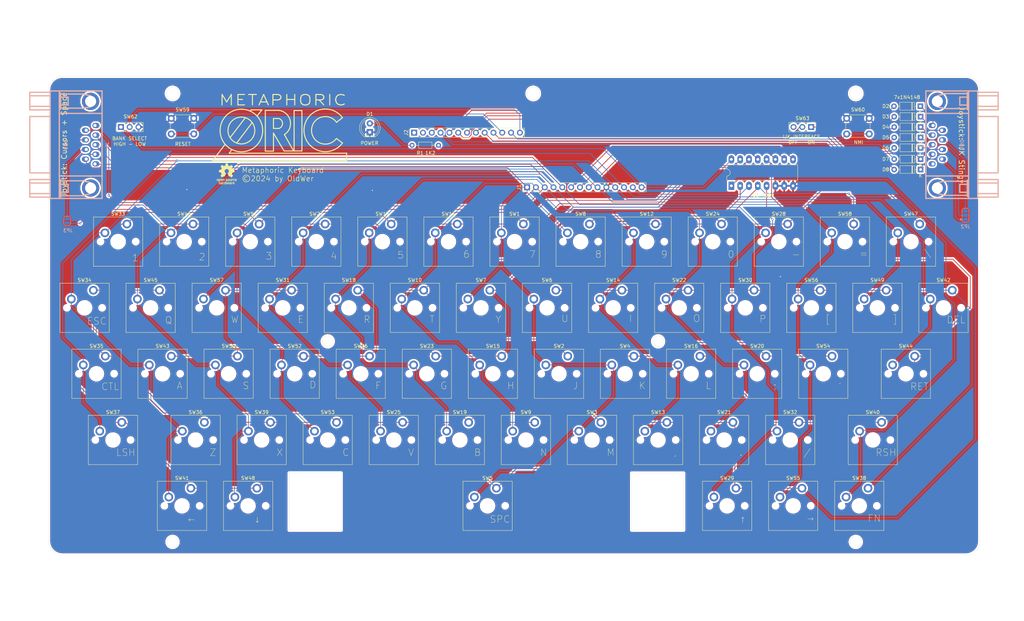
<source format=kicad_pcb>
(kicad_pcb (version 20240108) (generator "pcbnew") (generator_version "8.0")
  (layers (0 "F.Cu" signal) (31 "B.Cu" signal) (34 "B.Paste" user) (35 "F.Paste" user) (36 "B.SilkS" user "B.Silkscreen") (37 "F.SilkS" user "F.Silkscreen") (38 "B.Mask" user) (39 "F.Mask" user) (44 "Edge.Cuts" user))
  (net 0 "")
  (net 1 "KB_INT")
  (net 2 "COL1")
  (net 3 "COL2")
  (net 4 "COL4")
  (net 5 "COL5")
  (net 6 "ROW0")
  (net 7 "COL3")
  (net 8 "COL0")
  (net 9 "COL7")
  (net 10 "ROW2")
  (net 11 "COL6")
  (net 12 "GND")
  (net 13 "ROW1")
  (net 14 "+5V")
  (net 15 "ROW_A0")
  (net 16 "ROW_A2")
  (net 17 "ROW_A1")
  (net 18 "ROW3")
  (net 19 "ROW4")
  (net 20 "ROW5")
  (net 21 "ROW6")
  (net 22 "ROW7")
  (net 23 "Net-(D1-A)")
  (net 24 "D1")
  (net 25 "D3")
  (net 26 "D0")
  (net 27 "D4")
  (net 28 "D7")
  (net 29 "D2")
  (net 30 "D6")
  (net 31 "D5")
  (net 32 "PB4_STROBE")
  (net 33 "CA1_ACK")
  (net 36 "~{RESET}")
  (net 37 "~{NMI}")
  (net 38 "BANKSEL")
  (net 39 "/D_D4")
  (net 40 "/D_D2")
  (net 41 "/D_D3")
  (net 42 "/D_D6")
  (net 43 "/D_D1")
  (net 44 "/D_D0")
  (net 45 "PB4_STROBE2")
  (net 47 "Net-(D5-K)")
  (net 48 "Net-(JP2-A)")
  (net 49 "Net-(JP3-B)")
  (footprint "PCM_Switch_Keyboard_Cherry_MX:SW_Cherry_MX_PCB_1.00u" (layer "F.Cu") (at 34.685 63.5501)
    (property "Reference" "SW33")
    (property "Value" "1")
  )
  (footprint "PCM_Switch_Keyboard_Cherry_MX:SW_Cherry_MX_PCB_1.00u" (layer "F.Cu") (at 66.545 101.645)
    (property "Reference" "SW50")
    (property "Value" "S")
  )
  (footprint "PCM_Switch_Keyboard_Cherry_MX:SW_Cherry_MX_PCB_1.00u" (layer "F.Cu") (at 57.015 120.7349)
    (property "Reference" "SW36")
    (property "Value" "Z")
  )
  (footprint "PCM_Switch_Keyboard_Cherry_MX:SW_Cherry_MX_PCB_1.00u" (layer "F.Cu") (at 82.155 82.635)
    (property "Reference" "SW31")
    (property "Value" "E")
  )
  (footprint "Resistor_THT:R_Axial_DIN0204_L3.6mm_D1.6mm_P7.62mm_Horizontal" (layer "F.Cu") (at 127.06 35.75 180)
    (property "Reference" "R1")
    (property "Value" "1K2")
  )
  (footprint "PCM_Switch_Keyboard_Cherry_MX:SW_Cherry_MX_PCB_1.00u" (layer "F.Cu") (at 110.885 63.5501)
    (property "Reference" "SW17")
    (property "Value" "5")
  )
  (footprint "PCM_Switch_Keyboard_Cherry_MX:SW_Cherry_MX_PCB_1.00u" (layer "F.Cu") (at 114.165 120.7349)
    (property "Reference" "SW25")
    (property "Value" "V")
  )
  (footprint "PCM_Switch_Keyboard_Cherry_MX:SW_Cherry_MX_PCB_1.00u" (layer "F.Cu") (at 104.645 101.645)
    (property "Reference" "SW26")
    (property "Value" "F")
  )
  (footprint "PCM_Switch_Keyboard_Cherry_MX:SW_Cherry_MX_PCB_1.00u" (layer "F.Cu") (at 25.005 82.635)
    (property "Reference" "SW34")
    (property "Value" "ES")
  )
  (footprint "PCM_Switch_Keyboard_Cherry_MX:SW_Cherry_MX_PCB_1.00u" (layer "F.Cu") (at 210.26875 139.725)
    (property "Reference" "SW29")
    (property "Value" "↑")
  )
  (footprint "PCM_Switch_Keyboard_Cherry_MX:SW_Cherry_MX_PCB_1.00u" (layer "F.Cu") (at 215.505 82.635)
    (property "Reference" "SW30")
    (property "Value" "P")
  )
  (footprint "PCM_Switch_Keyboard_Cherry_MX:SW_Cherry_MX_PCB_1.00u" (layer "F.Cu") (at 171.315 120.7349)
    (property "Reference" "SW3")
    (property "Value" "M")
  )
  (footprint "Common:OSHW-Logo_5.7x6mm_SilkScreen" (layer "F.Cu") (at 66 44)
    (property "Reference" "REF**" (hide yes))
    (property "Value" "OSHW-Logo_5.7x6mm_SilkScreen" (hide yes))
  )
  (footprint "PCM_Switch_Keyboard_Cherry_MX:SW_Cherry_MX_PCB_1.00u" (layer "F.Cu") (at 196.455 82.635)
    (property "Reference" "SW22")
    (property "Value" "O")
  )
  (footprint "PCM_Switch_Keyboard_Cherry_MX:SW_Cherry_MX_PCB_1.00u" (layer "F.Cu") (at 129.935 63.5501)
    (property "Reference" "SW11")
    (property "Value" "6")
  )
  (footprint "Connector_PinHeader_2.54mm:PinHeader_1x14_P2.54mm_Vertical" (layer "F.Cu") (at 152.605 47.875 90)
    (property "Reference" "J1")
    (property "Value" "Conn_01x14")
  )
  (footprint "PCM_Switch_Keyboard_Cherry_MX:SW_Cherry_MX_PCB_1.00u" (layer "F.Cu") (at 63.105 82.635)
    (property "Reference" "SW57")
    (property "Value" "W")
  )
  (footprint "Package_DIP:DIP-16_W7.62mm_LongPads" (layer "F.Cu") (at 211.5 47.45 90)
    (property "Reference" "U1")
    (property "Value" "4051")
  )
  (footprint "PCM_Switch_Keyboard_Cherry_MX:SW_Cherry_MX_PCB_1.00u" (layer "F.Cu") (at 28.445 101.645)
    (property "Reference" "SW35")
    (property "Value" "CT")
  )
  (footprint "PCM_Switch_Keyboard_Cherry_MX:SW_Cherry_MX_PCB_1.00u" (layer "F.Cu") (at 72.15625 139.725)
    (property "Reference" "SW48")
    (property "Value" "↓")
  )
  (footprint "PCM_Switch_Keyboard_Cherry_MX:SW_Cherry_MX_PCB_1.00u" (layer "F.Cu") (at 161.795 101.645)
    (property "Reference" "SW2")
    (property "Value" "J")
  )
  (footprint "Connector_PinHeader_2.54mm:PinHeader_1x03_P2.54mm_Vertical" (layer "F.Cu") (at 234.5 30.5 -90)
    (property "Reference" "SW63")
    (property "Value" "IJK DISABLE")
  )
  (footprint "PCM_Switch_Keyboard_Cherry_MX:SW_Cherry_MX_PCB_1.00u" (layer "F.Cu") (at 120.255 82.635)
    (property "Reference" "SW10")
    (property "Value" "T")
  )
  (footprint "PCM_Switch_Keyboard_Cherry_MX:SW_Cherry_MX_PCB_1.00u" (layer "F.Cu") (at 225.185 63.5501)
    (property "Reference" "SW28")
    (property "Value" "-")
  )
  (footprint "PCM_Switch_Keyboard_Cherry_MX:SW_Cherry_MX_PCB_1.00u" (layer "F.Cu") (at 263.285 63.5501)
    (property "Reference" "SW47")
    (property "Value" "\\")
  )
  (footprint "PCM_Switch_Keyboard_Cherry_MX:SW_Cherry_MX_PCB_1.00u" (layer "F.Cu") (at 229.31875 139.725)
    (property "Reference" "SW55")
    (property "Value" "→")
  )
  (footprint "Button_Switch_THT:SW_PUSH_6mm" (layer "F.Cu") (at 244.75 28)
    (property "Reference" "SW60")
    (property "Value" "NMI")
  )
  (footprint "Common:Oric Logo" (layer "F.Cu") (at 80.725018 32.500102)
    (property "Reference" "REF**" (hide yes))
    (property "Value" "Oric Logo")
  )
  (footprint "PCM_Switch_Keyboard_Cherry_MX:SW_Cherry_MX_PCB_6.25u" (layer "F.Cu") (at 141.2125 139.725)
    (property "Reference" "SW5")
    (property "Value" "SP")
  )
  (footprint "Diode_THT:D_DO-35_SOD27_P7.62mm_Horizontal" (layer "F.Cu") (at 266.06 42.75 180)
    (property "Reference" "D8")
    (property "Value" "1N4148")
  )
  (footprint "PCM_Switch_Keyboard_Cherry_MX:SW_Cherry_MX_PCB_1.00u" (layer "F.Cu") (at 76.065 120.7349)
    (property "Reference" "SW39")
    (property "Value" "X")
  )
  (footprint "Diode_THT:D_DO-35_SOD27_P7.62mm_Horizontal" (layer "F.Cu") (at 266.06 27.5 180)
    (property "Reference" "D3")
    (property "Value" "1N4148")
  )
  (footprint "PCM_Switch_Keyboard_Cherry_MX:SW_Cherry_MX_PCB_1.00u" (layer "F.Cu") (at 47.495 101.645)
    (property "Reference" "SW43")
    (property "Value" "A")
  )
  (footprint "PCM_Switch_Keyboard_Cherry_MX:SW_Cherry_MX_PCB_1.50u" (layer "F.Cu") (at 252.2775 120.7349)
    (property "Reference" "SW40")
    (property "Value" "RS")
  )
  (footprint "PCM_Switch_Keyboard_Cherry_MX:SW_Cherry_MX_PCB_1.00u" (layer "F.Cu") (at 148.985 63.5501)
    (property "Reference" "SW1")
    (property "Value" "7")
  )
  (footprint "PCM_Switch_Keyboard_Cherry_MX:SW_Cherry_MX_PCB_1.00u" (layer "F.Cu") (at 272.655 82.635)
    (property "Reference" "SW42")
    (property "Value" "DL")
  )
  (footprint "PCM_Switch_Keyboard_Cherry_MX:SW_Cherry_MX_PCB_1.00u" (layer "F.Cu") (at 133.215 120.7349)
    (property "Reference" "SW19")
    (property "Value" "B")
  )
  (footprint "PCM_Switch_Keyboard_Cherry_MX:SW_Cherry_MX_PCB_1.00u" (layer "F.Cu") (at 228.465 120.7349)
    (property "Reference" "SW32")
    (property "Value" "/")
  )
  (footprint "PCM_Switch_Keyboard_Cherry_MX:SW_Cherry_MX_PCB_1.00u" (layer "F.Cu") (at 206.135 63.5501)
    (property "Reference" "SW24")
    (property "Value" "0")
  )
  (footprint "PCM_Switch_Keyboard_Cherry_MX:SW_Cherry_MX_PCB_1.00u" (layer "F.Cu") (at 253.605 82.635)
    (property "Reference" "SW49")
    (property "Value" "]")
  )
  (footprint "PCM_Switch_Keyboard_Cherry_MX:SW_Cherry_MX_PCB_1.00u" (layer "F.Cu") (at 53.735 63.5501)
    (property "Reference" "SW46")
    (property "Value" "2")
  )
  (footprint "PCM_Switch_Keyboard_Cherry_MX:SW_Cherry_MX_PCB_1.00u" (layer "F.Cu") (at 101.205 82.635)
    (property "Reference" "SW18")
    (property "Value" "R")
  )
  (footprint "PCM_Switch_Keyboard_Cherry_MX:SW_Cherry_MX_PCB_1.50u" (layer "F.Cu") (at 33.2025 120.7349)
    (property "Reference" "SW37")
    (property "Value" "LS")
  )
  (footprint "PCM_Switch_Keyboard_Cherry_MX:SW_Cherry_MX_PCB_1.00u" (layer "F.Cu") (at 123.695 101.645)
    (property "Reference" "SW23")
    (property "Value" "G")
  )
  (footprint "Diode_THT:D_DO-35_SOD27_P7.62mm_Horizontal" (layer "F.Cu") (at 266.06 33.5 180)
    (property "Reference" "D5")
    (property "Value" "1N4148")
  )
  (footprint "PCM_Switch_Keyboard_Cherry_MX:SW_Cherry_MX_PCB_1.00u" (layer "F.Cu") (at 139.305 82.635)
    (property "Reference" "SW7")
    (property "Value" "Y")
  )
  (footprint "PCM_Switch_Keyboard_Cherry_MX:SW_Cherry_MX_PCB_1.00u" (layer "F.Cu") (at 158.355 82.635)
    (property "Reference" "SW6")
    (property "Value" "U")
  )
  (footprint "PCM_Switch_Keyboard_Cherry_MX:SW_Cherry_MX_PCB_1.00u" (layer "F.Cu") (at 218.945 101.645)
    (property "Reference" "SW20")
    (property "Value" ";")
  )
  (footprint "LED_THT:LED_D5.0mm" (layer "F.Cu") (at 107.25 32 90)
    (property "Reference" "D1")
    (property "Value" "LED")
  )
  (footprint "PCM_Switch_Keyboard_Cherry_MX:SW_Cherry_MX_PCB_1.00u" (layer "F.Cu") (at 142.745 101.645)
    (property "Reference" "SW15")
    (property "Value" "H")
  )
  (footprint "PCM_Switch_Keyboard_Cherry_MX:SW_Cherry_MX_PCB_1.00u" (layer "F.Cu") (at 44.055 82.635)
    (property "Reference" "SW45")
    (property "Value" "Q")
  )
  (footprint "Diode_THT:D_DO-35_SOD27_P7.62mm_Horizontal" (layer "F.Cu") (at 266.06 36.5 180)
    (property "Reference" "D6")
    (property "Value" "1N4148")
  )
  (footprint "PCM_Switch_Keyboard_Cherry_MX:SW_Cherry_MX_PCB_1.00u" (layer "F.Cu") (at 95.115 120.7349)
    (property "Reference" "SW53")
    (property "Value" "C")
  )
  (footprint "PCM_Switch_Keyboard_Cherry_MX:SW_Cherry_MX_PCB_1.00u" (layer "F.Cu") (at 177.405 82.635)
    (property "Reference" "SW14")
    (property "Value" "I")
  )
  (footprint "PCM_Switch_Keyboard_Cherry_MX:SW_Cherry_MX_PCB_1.00u" (layer "F.Cu") (at 237.995 101.645)
    (property "Reference" "SW54")
    (property "Value" "'")
  )
  (footprint "PCM_Switch_Keyboard_Cherry_MX:SW_Cherry_MX_PCB_1.00u" (layer "F.Cu") (at 152.265 120.7349)
    (property "Reference" "SW9")
    (property "Value" "N")
  )
  (footprint "Connector_PinHeader_2.54mm:PinHeader_1x03_P2.54mm_Vertical" (layer "F.Cu") (at 35.475 30.5 90)
    (property "Reference" "SW62")
    (property "Value" "BANKSEL")
  )
  (footprint "Diode_THT:D_DO-35_SOD27_P7.62mm_Horizontal" (layer "F.Cu") (at 266.06 39.75 180)
    (property "Reference" "D7")
    (property "Value" "1N4148")
  )
  (footprint "Button_Switch_THT:SW_PUSH_6mm" (layer "F.Cu") (at 50 28)
    (property "Reference" "SW59")
    (property "Value" "RESET")
  )
  (footprint "PCM_Switch_Keyboard_Cherry_MX:SW_Cherry_MX_PCB_1.00u" (layer "F.Cu") (at 244.235 63.5501)
    (property "Reference" "SW58")
    (property "Value" "=")
  )
  (footprint "PCM_Switch_Keyboard_Cherry_MX:SW_Cherry_MX_PCB_1.00u" (layer "F.Cu") (at 53.10625 139.725)
    (property "Reference" "SW41")
    (property "Value" "←")
  )
  (footprint "PCM_Switch_Keyboard_Cherry_MX:SW_Cherry_MX_PCB_1.00u" (layer "F.Cu") (at 168.035 63.5501)
    (property "Reference" "SW8")
    (property "Value" "8")
  )
  (footprint "Diode_THT:D_DO-35_SOD27_P7.62mm_Horizontal" (layer "F.Cu") (at 266 24.5 180)
    (property "Reference" "D2")
    (property "Value" "1N4148")
  )
  (footprint "Diode_THT:D_DO-35_SOD27_P7.62mm_Horizontal" (layer "F.Cu") (at 266.06 30.5 180)
    (property "Reference" "D4")
    (property "Value" "1N4148")
  )
  (footprint "PCM_Switch_Keyboard_Cherry_MX:SW_Cherry_MX_PCB_1.00u" (layer "F.Cu") (at 234.555 82.635)
    (property "Reference" "SW56")
    (property "Value" "[")
  )
  (footprint "PCM_Switch_Keyboard_Cherry_MX:SW_Cherry_MX_PCB_1.00u" (layer "F.Cu") (at 72.785 63.5501)
    (property "Reference" "SW51")
    (property "Value" "3")
  )
  (footprint "PCM_Switch_Keyboard_Cherry_MX:SW_Cherry_MX_PCB_1.00u" (layer "F.Cu") (at 187.085 63.5501)
    (property "Reference" "SW12")
    (property "Value" "9")
  )
  (footprint "PCM_Switch_Keyboard_Cherry_MX:SW_Cherry_MX_PCB_1.50u" (layer "F.Cu") (at 261.8075 101.645)
    (property "Reference" "SW44")
    (property "Value" "RN")
  )
  (footprint "PCM_Switch_Keyboard_Cherry_MX:SW_Cherry_MX_PCB_1.00u" (layer "F.Cu") (at 85.595 101.645)
    (property "Reference" "SW52")
    (property "Value" "D")
  )
  (footprint "PCM_Switch_Keyboard_Cherry_MX:SW_Cherry_MX_PCB_1.00u" (layer "F.Cu") (at 248.36875 139.725)
    (property "Reference" "SW38")
    (property "Value" "FN")
  )
  (footprint "Connector_PinHeader_2.54mm:PinHeader_1x13_P2.54mm_Vertical" (layer "F.Cu") (at 120.045 32.125 90)
    (property "Reference" "J2")
    (property "Value" "Joystick")
  )
  (footprint "PCM_Switch_Keyboard_Cherry_MX:SW_Cherry_MX_PCB_1.00u" (layer "F.Cu") (at 190.365 120.7349)
    (property "Reference" "SW13")
    (property "Value" ",")
  )
  (footprint "PCM_Switch_Keyboard_Cherry_MX:SW_Cherry_MX_PCB_1.00u" (layer "F.Cu") (at 209.415 120.7349)
    (property "Reference" "SW21")
    (property "Value" ".")
  )
  (footprint "PCM_Switch_Keyboard_Cherry_MX:SW_Cherry_MX_PCB_1.00u" (layer "F.Cu") (at 180.845 101.645)
    (property "Reference" "SW4")
    (property "Value" "K")
  )
  (footprint "PCM_Switch_Keyboard_Cherry_MX:SW_Cherry_MX_PCB_1.00u" (layer "F.Cu") (at 199.895 101.645)
    (property "Reference" "SW16")
    (property "Value" "L")
  )
  (footprint "PCM_Switch_Keyboard_Cherry_MX:SW_Cherry_MX_PCB_1.00u" (layer "F.Cu") (at 91.835 63.5501)
    (property "Reference" "SW27")
    (property "Value" "4")
  )
  (footprint "Jumper:SolderJumper-3_P1.3mm_Open_RoundedPad1.0x1.5mm" (layer "B.Cu") (at 279 55.95 90)
    (property "Reference" "JP2")
    (property "Value" "PIN7/9")
  )
  (footprint "Jumper:SolderJumper-2_P1.3mm_Open_RoundedPad1.0x1.5mm" (layer "B.Cu") (at 20 57.6 90)
    (property "Reference" "JP3")
    (property "Value" "ALTFIRE_DOT")
  )
  (footprint "Common:DB_9M" (layer "B.Cu") (at 19.638 35.59456 90)
    (property "Reference" "J4")
    (property "Value" "DB9")
  )
  (footprint "Common:DB_9M" (layer "B.Cu") (at 278 35.59456 -90)
    (property "Reference" "J3")
    (property "Value" "DB9")
  )
  (gr_circle (center 50.375 150.125) (end 51.975 150.125) (stroke (width 0.05)) (fill none) (layer "Edge.Cuts"))
  (gr_arc (start 14.625 19.875) (mid 15.796573 17.046573) (end 18.625 15.875001) (stroke (width 0.05)) (layer "Edge.Cuts"))
  (gr_circle (center 247.375 20.825) (end 249.175 20.825) (stroke (width 0.05)) (fill none) (layer "Edge.Cuts"))
  (gr_rect (start 182.75 130.25) (end 197.75 146.75) (stroke (width 0.05)) (fill none) (layer "Edge.Cuts"))
  (gr_rect (start 84 130.25) (end 99 146.75) (stroke (width 0.05)) (fill none) (layer "Edge.Cuts"))
  (gr_circle (center 50.375 20.825) (end 52.175 20.825) (stroke (width 0.05)) (fill none) (layer "Edge.Cuts"))
  (gr_circle (center 247.375 150.125) (end 248.975 150.125) (stroke (width 0.05)) (fill none) (layer "Edge.Cuts"))
  (gr_arc (start 18.625 153.875) (mid 15.796573 152.703427) (end 14.625 149.875) (stroke (width 0.05)) (layer "Edge.Cuts"))
  (gr_arc (start 283.124999 149.875) (mid 281.953426 152.703426) (end 279.125 153.874999) (stroke (width 0.05)) (layer "Edge.Cuts"))
  (gr_circle (center 154.375 20.825) (end 156.175 20.825) (stroke (width 0.05)) (fill none) (layer "Edge.Cuts"))
  (gr_circle (center 190.375 92.295) (end 191.975 92.295) (stroke (width 0.05)) (fill none) (layer "Edge.Cuts"))
  (gr_line (start 14.625 149.875) (end 14.625 19.875) (stroke (width 0.05)) (layer "Edge.Cuts"))
  (gr_line (start 279.125 153.875) (end 18.625 153.875) (stroke (width 0.05)) (layer "Edge.Cuts"))
  (gr_line (start 283.125 19.875) (end 283.125 149.875) (stroke (width 0.05)) (layer "Edge.Cuts"))
  (gr_arc (start 279.125 15.875001) (mid 281.953426 17.046574) (end 283.124999 19.875) (stroke (width 0.05)) (layer "Edge.Cuts"))
  (gr_circle (center 95.125 92.295) (end 96.725 92.295) (stroke (width 0.05)) (fill none) (layer "Edge.Cuts"))
  (gr_line (start 18.625 15.875) (end 279.125 15.875) (stroke (width 0.05)) (layer "Edge.Cuts"))
  (gr_text "4051" (at 220 50.75 0) (layer "F.SilkS") (effects (font (size 1 1)) (justify left bottom)))
  (gr_text "=" (at 248.375 68.125 0) (layer "F.SilkS") (effects (font (size 2 2) (thickness 0.1)) (justify left bottom)))
  (gr_text "Metaphoric Keyboard \n©2024 by OldWer" (at 70.25 46.25 0) (layer "F.SilkS") (effects (font (size 1.5 1.5)) (justify left bottom)))
  (gr_text "RESET" (at 51 36 0) (layer "F.SilkS") (effects (font (size 1 1)) (justify left bottom)))
  (gr_text "J" (at 165.75 106.25 0) (layer "F.SilkS") (effects (font (size 2 2) (thickness 0.1)) (justify left bottom)))
  (gr_text "K" (at 184.75 106.25 0) (layer "F.SilkS") (effects (font (size 2 2) (thickness 0.1)) (justify left bottom)))
  (gr_text "Z" (at 61 125.5 0) (layer "F.SilkS") (effects (font (size 2 2) (thickness 0.1)) (justify left bottom)))
  (gr_text "NMI" (at 246.75 35.5 0) (layer "F.SilkS") (effects (font (size 1 1)) (justify left bottom)))
  (gr_text "BANK SELECT\nHIGH - LOW" (at 38 36 0) (layer "F.SilkS") (effects (font (size 1 1)) (justify bottom)))
  (gr_text "I" (at 181.875 86.875 0) (layer "F.SilkS") (effects (font (size 2 2) (thickness 0.1)) (justify left bottom)))
  (gr_text "↑" (at 213.5 144.75 0) (layer "F.SilkS") (effects (font (size 2 2) (thickness 0.1)) (justify left bottom)))
  (gr_text "L" (at 204 106.25 0) (layer "F.SilkS") (effects (font (size 2 2) (thickness 0.1)) (justify left bottom)))
  (gr_text "Q" (at 48.125 87.375 0) (layer "F.SilkS") (effects (font (size 2 2) (thickness 0.1)) (justify left bottom)))
  (gr_text "1K2" (at 123.142618 38.559656 0) (layer "F.SilkS") (effects (font (size 1 1)) (justify left bottom)))
  (gr_text "V" (at 118.25 125.5 0) (layer "F.SilkS") (effects (font (size 2 2) (thickness 0.1)) (justify left bottom)))
  (gr_text "1" (at 38.625 69.375 0) (layer "F.SilkS") (effects (font (size 2 2) (thickness 0.1)) (justify left bottom)))
  (gr_text "Y" (at 143.375 87.125 0) (layer "F.SilkS") (effects (font (size 2 2) (thickness 0.1)) (justify left bottom)))
  (gr_text "R" (at 105.375 87.125 0) (layer "F.SilkS") (effects (font (size 2 2) (thickness 0.1)) (justify left bottom)))
  (gr_text "LSH" (at 34 125.5 0) (layer "F.SilkS") (effects (font (size 2 2) (thickness 0.1)) (justify left bottom)))
  (gr_text "," (at 194.75 125.5 0) (layer "F.SilkS") (effects (font (size 2 2) (thickness 0.1)) (justify left bottom)))
  (gr_text "POWER" (at 104.5 35.75 0) (layer "F.SilkS") (effects (font (size 1 1)) (justify left bottom)))
  (gr_text "B" (at 137.25 125.5 0) (layer "F.SilkS") (effects (font (size 2 2) (thickness 0.1)) (justify left bottom)))
  (gr_text "[" (at 238.5 87 0) (layer "F.SilkS") (effects (font (size 2 2) (thickness 0.1)) (justify left bottom)))
  (gr_text "\\" (at 267.375 68.125 0) (layer "F.SilkS") (effects (font (size 2 2) (thickness 0.1)) (justify left bottom)))
  (gr_text "." (at 213.75 125.5 0) (layer "F.SilkS") (effects (font (size 2 2) (thickness 0.1)) (justify left bottom)))
  (gr_text "5" (at 115.125 68.625 0) (layer "F.SilkS") (effects (font (size 2 2) (thickness 0.1)) (justify left bottom)))
  (gr_text "IJK INTERFACE\nOFF - ON" (at 231.75 35.5 0) (layer "F.SilkS") (effects (font (size 1 1)) (justify bottom)))
  (gr_text "CTL" (at 29.75 106.5 0) (layer "F.SilkS") (effects (font (size 2 2) (thickness 0.1)) (justify left bottom)))
  (gr_text "N" (at 156.25 125.5 0) (layer "F.SilkS") (effects (font (size 2 2) (thickness 0.1)) (justify left bottom)))
  (gr_text "'" (at 242.25 106.5 0) (layer "F.SilkS") (effects (font (size 2 2) (thickness 0.1)) (justify left bottom)))
  (gr_text "/" (at 232.25 125.5 0) (layer "F.SilkS") (effects (font (size 2 2) (thickness 0.1)) (justify left bottom)))
  (gr_text "6" (at 134.125 68.375 0) (layer "F.SilkS") (effects (font (size 2 2) (thickness 0.1)) (justify left bottom)))
  (gr_text "ESC" (at 25.625 87.625 0) (layer "F.SilkS") (effects (font (size 2 2) (thickness 0.1)) (justify left bottom)))
  (gr_text "↓" (at 73.5 144.75 0) (layer "F.SilkS") (effects (font (size 2 2) (thickness 0.1)) (justify left bottom)))
  (gr_text "←" (at 54.5 144.75 0) (layer "F.SilkS") (effects (font (size 2 2) (thickness 0.1)) (justify left bottom)))
  (gr_text "G" (at 127.5 106.25 0) (layer "F.SilkS") (effects (font (size 2 2) (thickness 0.1)) (justify left bottom)))
  (gr_text "D" (at 89.75 106 0) (layer "F.SilkS") (effects (font (size 2 2) (thickness 0.1)) (justify left bottom)))
  (gr_text "M" (at 175.5 125.5 0) (layer "F.SilkS") (effects (font (size 2 2) (thickness 0.1)) (justify left bottom)))
  (gr_text "0" (at 210.375 68.375 0) (layer "F.SilkS") (effects (font (size 2 2) (thickness 0.1)) (justify left bottom)))
  (gr_text "O" (at 200.375 86.875 0) (layer "F.SilkS") (effects (font (size 2 2) (thickness 0.1)) (justify left bottom)))
  (gr_text "3" (at 77.125 68.875 0) (layer "F.SilkS") (effects (font (size 2 2) (thickness 0.1)) (justify left bottom)))
  (gr_text "7x1N4148" (at 258.25 22.5 0) (layer "F.SilkS") (effects (font (size 1 1)) (justify left bottom)))
  (gr_text "W" (at 67.125 87.125 0) (layer "F.SilkS") (effects (font (size 2 2) (thickness 0.1)) (justify left bottom)))
  (gr_text "SPC" (at 141.75 144.75 0) (layer "F.SilkS") (effects (font (size 2 2) (thickness 0.1)) (justify left bottom)))
  (gr_text "U" (at 162.375 86.875 0) (layer "F.SilkS") (effects (font (size 2 2) (thickness 0.1)) (justify left bottom)))
  (gr_text ";" (at 223.5 106.25 0) (layer "F.SilkS") (effects (font (size 2 2) (thickness 0.1)) (justify left bottom)))
  (gr_text "C" (at 99.25 125.5 0) (layer "F.SilkS") (effects (font (size 2 2) (thickness 0.1)) (justify left bottom)))
  (gr_text "H" (at 146.75 106.25 0) (layer "F.SilkS") (effects (font (size 2 2) (thickness 0.1)) (justify left bottom)))
  (gr_text "T" (at 124.375 87.125 0) (layer "F.SilkS") (effects (font (size 2 2) (thickness 0.1)) (justify left bottom)))
  (gr_text "F" (at 108.75 106.25 0) (layer "F.SilkS") (effects (font (size 2 2) (thickness 0.1)) (justify left bottom)))
  (gr_text "DEL" (at 273.5 87.25 0) (layer "F.SilkS") (effects (font (size 2 2) (thickness 0.1)) (justify left bottom)))
  (gr_text "P" (at 219.5 87 0) (layer "F.SilkS") (effects (font (size 2 2) (thickness 0.1)) (justify left bottom)))
  (gr_text "RSH" (at 253 125.5 0) (layer "F.SilkS") (effects (font (size 2 2) (thickness 0.1)) (justify left bottom)))
  (gr_text "4" (at 95.875 68.875 0) (layer "F.SilkS") (effects (font (size 2 2) (thickness 0.1)) (justify left bottom)))
  (gr_text "]" (at 258 87 0) (layer "F.SilkS") (effects (font (size 2 2) (thickness 0.1)) (justify left bottom)))
  (gr_text "Joystick: IJK Stingy" (at 277 24.5 270) (layer "F.SilkS") (effects (font (size 1.5 1.5) (thickness 0.2)) (justify left bottom)))
  (gr_text "S" (at 70.5 106.25 0) (layer "F.SilkS") (effects (font (size 2 2) (thickness 0.1)) (justify left bottom)))
  (gr_text "A" (at 51.5 106.25 0) (layer "F.SilkS") (effects (font (size 2 2) (thickness 0.1)) (justify left bottom)))
  (gr_text "2" (at 57.875 69.125 0) (layer "F.SilkS") (effects (font (size 2 2) (thickness 0.1)) (justify left bottom)))
  (gr_text "X" (at 80.25 125.5 0) (layer "F.SilkS") (effects (font (size 2 2) (thickness 0.1)) (justify left bottom)))
  (gr_text "METAPHORIC" (at 63.5 24.5 0) (layer "F.SilkS") (effects (font (size 3 4) (thickness 0.3)) (justify left bottom)))
  (gr_text "FN" (at 250.75 144.5 0) (layer "F.SilkS") (effects (font (size 2 2) (thickness 0.1)) (justify left bottom)))
  (gr_text "RET" (at 263 106.5 0) (layer "F.SilkS") (effects (font (size 2 2) (thickness 0.1)) (justify left bottom)))
  (gr_text "-" (at 228.875 68.375 0) (layer "F.SilkS") (effects (font (size 2 2) (thickness 0.1)) (justify left bottom)))
  (gr_text "8" (at 172.125 68.375 0) (layer "F.SilkS") (effects (font (size 2 2) (thickness 0.1)) (justify left bottom)))
  (gr_text "9" (at 191.125 68.375 0) (layer "F.SilkS") (effects (font (size 2 2) (thickness 0.1)) (justify left bottom)))
  (gr_text "→" (at 233 144.5 0) (layer "F.SilkS") (effects (font (size 2 2) (thickness 0.1)) (justify left bottom)))
  (gr_text "7" (at 153.125 68.375 0) (layer "F.SilkS") (effects (font (size 2 2) (thickness 0.1)) (justify left bottom)))
  (gr_text "E" (at 86.375 87.125 0) (layer "F.SilkS") (effects (font (size 2 2) (thickness 0.1)) (justify left bottom)))
  (gr_text "Joystick: Cursors + Space" (at 20 50.75 90) (layer "F.SilkS") (effects (font (size 1.5 1.5) (thickness 0.2)) (justify left bottom)))
  (segment (start 185.125 49.875) (end 185.105 49.895) (width 0.2) (layer "B.Cu") (net 1))
  (segment (start 185.105 49.895) (end 183.085 47.875) (width 0.2) (layer "B.Cu") (net 1))
  (segment (start 216.58 47.45) (end 214.155 49.875) (width 0.2) (layer "B.Cu") (net 1))
  (segment (start 214.155 49.875) (end 185.125 49.875) (width 0.2) (layer "B.Cu") (net 1))
  (segment (start 32 50.25) (end 34 52.25) (width 0.2) (layer "F.Cu") (net 2))
  (segment (start 42.848529 53.25) (end 149.77 53.25) (width 0.2) (layer "F.Cu") (net 2))
  (segment (start 149.77 53.25) (end 155.145 47.875) (width 0.2) (layer "F.Cu") (net 2))
  (segment (start 41.848529 52.25) (end 42.848529 53.25) (width 0.2) (layer "F.Cu") (net 2))
  (segment (start 34 52.25) (end 41.848529 52.25) (width 0.2) (layer "F.Cu") (net 2))
  (via (at 32 50.25) (size 0.6) (drill 0.3) (layers "F.Cu" "B.Cu") (net 2))
  (segment (start 140.935 104.1149) (end 148.455 111.6349) (width 0.2) (layer "B.Cu") (net 2))
  (segment (start 189.585 115.1649) (end 186.555 118.1949) (width 0.2) (layer "B.Cu") (net 2))
  (segment (start 139.75 102.9299) (end 141.28505 104.46495) (width 0.2) (layer "B.Cu") (net 2))
  (segment (start 196.085 99.105) (end 196.085 108.6649) (width 0.2) (layer "B.Cu") (net 2))
  (segment (start 183.275 70.415) (end 183.275 61.0101) (width 0.2) (layer "B.Cu") (net 2))
  (segment (start 148.455 111.6349) (end 148.455 118.1949) (width 0.2) (layer "B.Cu") (net 2))
  (segment (start 139.75 99.92) (end 139.75 102.9299) (width 0.2) (layer "B.Cu") (net 2))
  (segment (start 126.941598 92.645) (end 132.475 92.645) (width 0.2) (layer "B.Cu") (net 2))
  (segment (start 155.145 47.875) (end 153.995 46.725) (width 0.2) (layer "B.Cu") (net 2))
  (segment (start 161.895 54.625) (end 176.8899 54.625) (width 0.2) (layer "B.Cu") (net 2))
  (segment (start 173.595 80.095) (end 183.275 70.415) (width 0.2) (layer "B.Cu") (net 2))
  (segment (start 176.8899 54.625) (end 183.275 61.0101) (width 0.2) (layer "B.Cu") (net 2))
  (segment (start 116.445 80.095) (end 116.445 82.148402) (width 0.2) (layer "B.Cu") (net 2))
  (segment (start 32 50.25) (end 32 34.5) (width 0.2) (layer "B.Cu") (net 2))
  (segment (start 138.935 99.105) (end 139.75 99.92) (width 0.2) (layer "B.Cu") (net 2))
  (segment (start 28.93912 31.43912) (end 25.48 31.43912) (width 0.2) (layer "B.Cu") (net 2))
  (segment (start 126.125 70.415) (end 116.445 80.095) (width 0.2) (layer "B.Cu") (net 2))
  (segment (start 116.445 82.148402) (end 126.921598 92.625) (width 0.2) (layer "B.Cu") (net 2))
  (segment (start 126.125 61.0101) (end 126.125 70.415) (width 0.2) (layer "B.Cu") (net 2))
  (segment (start 173.595 80.095) (end 174.125 80.625) (width 0.2) (layer "B.Cu") (net 2))
  (segment (start 126.921598 92.625) (end 126.941598 92.645) (width 0.2) (layer "B.Cu") (net 2))
  (segment (start 140.4101 46.725) (end 126.125 61.0101) (width 0.2) (layer "B.Cu") (net 2))
  (segment (start 190.105 99.105) (end 196.085 99.105) (width 0.2) (layer "B.Cu") (net 2))
  (segment (start 196.085 108.6649) (end 189.585 115.1649) (width 0.2) (layer "B.Cu") (net 2))
  (segment (start 132.475 92.645) (end 138.935 99.105) (width 0.2) (layer "B.Cu") (net 2))
  (segment (start 153.995 46.725) (end 140.4101 46.725) (width 0.2) (layer "B.Cu") (net 2))
  (segment (start 155.145 47.875) (end 161.895 54.625) (width 0.2) (layer "B.Cu") (net 2))
  (segment (start 174.125 83.125) (end 190.105 99.105) (width 0.2) (layer "B.Cu") (net 2))
  (segment (start 196.085 99.105) (end 196.625 99.645) (width 0.2) (layer "B.Cu") (net 2))
  (segment (start 32 34.5) (end 28.93912 31.43912) (width 0.2) (layer "B.Cu") (net 2))
  (segment (start 174.125 80.625) (end 174.125 83.125) (width 0.2) (layer "B.Cu") (net 2))
  (segment (start 27.75 54.25) (end 151.31 54.25) (width 0.2) (layer "F.Cu") (net 3))
  (segment (start 151.31 54.25) (end 157.685 47.875) (width 0.2) (layer "F.Cu") (net 3))
  (segment (start 23.75 58.25) (end 27.75 54.25) (width 0.2) (layer "F.Cu") (net 3))
  (via (at 23.75 58.25) (size 0.6) (drill 0.3) (layers "F.Cu" "B.Cu") (net 3))
  (segment (start 177.055585 54.225) (end 177.205585 54.375) (width 0.2) (layer "B.Cu") (net 3))
  (segment (start 199.325 54.375) (end 202.325 57.375) (width 0.2) (layer "B.Cu") (net 3))
  (segment (start 23.75 58.25) (end 20 58.25) (width 0.2) (layer "B.Cu") (net 3))
  (segment (start 105.125 97.796016) (end 106.433984 99.105) (width 0.2) (layer "B.Cu") (net 3))
  (segment (start 205.605 118.1949) (end 209.25 114.5499) (width 0.2) (layer "B.Cu") (net 3))
  (segment (start 120.75 102.9799) (end 129.405 111.6349) (width 0.2) (layer "B.Cu") (net 3))
  (segment (start 129.405 111.6349) (end 129.405 118.1949) (width 0.2) (layer "B.Cu") (net 3))
  (segment (start 193.375 83.125) (end 193.375 80.825) (width 0.2) (layer "B.Cu") (net 3))
  (segment (start 106.433984 99.105) (end 119.885 99.105) (width 0.2) (layer "B.Cu") (net 3))
  (segment (start 122.4601 45.625) (end 107.075 61.0101) (width 0.2) (layer "B.Cu") (net 3))
  (segment (start 107.075 61.0101) (end 107.075 70.415) (width 0.2) (layer "B.Cu") (net 3))
  (segment (start 164.035 54.225) (end 177.055585 54.225) (width 0.2) (layer "B.Cu") (net 3))
  (segment (start 215.625 99.595) (end 215.135 99.105) (width 0.2) (layer "B.Cu") (net 3))
  (segment (start 105.125 91.375) (end 105.125 93.395) (width 0.2) (layer "B.Cu") (net 3))
  (segment (start 215.75 108.0499) (end 215.75 99.72) (width 0.2) (layer "B.Cu") (net 3))
  (segment (start 209.355 99.105) (end 209.335 99.085) (width 0.2) (layer "B.Cu") (net 3))
  (segment (start 157.685 47.875) (end 164.035 54.225) (width 0.2) (layer "B.Cu") (net 3))
  (segment (start 97.395 83.645) (end 105.125 91.375) (width 0.2) (layer "B.Cu") (net 3))
  (segment (start 209.335 99.085) (end 193.375 83.125) (width 0.2) (layer "B.Cu") (net 3))
  (segment (start 119.885 99.105) (end 120.75 99.97) (width 0.2) (layer "B.Cu") (net 3))
  (segment (start 107.075 70.415) (end 97.395 80.095) (width 0.2) (layer "B.Cu") (net 3))
  (segment (start 177.205585 54.375) (end 199.325 54.375) (width 0.2) (layer "B.Cu") (net 3))
  (segment (start 202.325 57.375) (end 202.325 61.0101) (width 0.2) (layer "B.Cu") (net 3))
  (segment (start 157.685 47.875) (end 155.435 45.625) (width 0.2) (layer "B.Cu") (net 3))
  (segment (start 120.75 99.97) (end 120.75 102.9799) (width 0.2) (layer "B.Cu") (net 3))
  (segment (start 215.135 99.105) (end 209.355 99.105) (width 0.2) (layer "B.Cu") (net 3))
  (segment (start 215.75 99.72) (end 215.135 99.105) (width 0.2) (layer "B.Cu") (net 3))
  (segment (start 192.645 80.095) (end 202.325 70.415) (width 0.2) (layer "B.Cu") (net 3))
  (segment (start 155.435 45.625) (end 122.4601 45.625) (width 0.2) (layer "B.Cu") (net 3))
  (segment (start 209.25 114.5499) (end 215.75 108.0499) (width 0.2) (layer "B.Cu") (net 3))
  (segment (start 105.125 93.395) (end 105.125 97.796016) (width 0.2) (layer "B.Cu") (net 3))
  (segment (start 193.375 80.825) (end 192.645 80.095) (width 0.2) (layer "B.Cu") (net 3))
  (segment (start 97.395 80.095) (end 97.395 83.645) (width 0.2) (layer "B.Cu") (net 3))
  (segment (start 202.325 70.415) (end 202.325 61.0101) (width 0.2) (layer "B.Cu") (net 3))
  (segment (start 275.875 97.625) (end 255.5 118) (width 0.2) (layer "B.Cu") (net 4))
  (segment (start 244.55875 137.185) (end 248.75 132.99375) (width 0.2) (layer "B.Cu") (net 4))
  (segment (start 248.75 118.4774) (end 248.4675 118.1949) (width 0.2) (layer "B.Cu") (net 4))
  (segment (start 275.875 81.625) (end 275.875 97.625) (width 0.2) (layer "B.Cu") (net 4))
  (segment (start 273.375 79.125) (end 275.875 81.625) (width 0.2) (layer "B.Cu") (net 4))
  (segment (start 255.5 118) (end 248.6624 118) (width 0.2) (layer "B.Cu") (net 4))
  (segment (start 260.171932 50.625) (end 273.375 63.828068) (width 0.2) (layer "B.Cu") (net 4))
  (segment (start 248.6624 118) (end 248.4675 118.1949) (width 0.2) (layer "B.Cu") (net 4))
  (segment (start 24.635 97.135) (end 24.635 99.105) (width 0.2) (layer "B.Cu") (net 4))
  (segment (start 29.3925 114.7225) (end 29.3925 118.1949) (width 0.2) (layer "B.Cu") (net 4))
  (segment (start 180.545 47.875) (end 183.295 50.625) (width 0.2) (layer "B.Cu") (net 4))
  (segment (start 273.375 63.828068) (end 273.375 79.125) (width 0.2) (layer "B.Cu") (net 4))
  (segment (start 183.295 50.625) (end 260.171932 50.625) (width 0.2) (layer "B.Cu") (net 4))
  (segment (start 248.75 132.99375) (end 248.75 118.4774) (width 0.2) (layer "B.Cu") (net 4))
  (segment (start 24.635 99.105) (end 24.635 109.965) (width 0.2) (layer "B.Cu") (net 4))
  (segment (start 50.375 38.125) (end 18.7 69.8) (width 0.2) (layer "B.Cu") (net 4))
  (segment (start 18.67 91.17) (end 24.635 97.135) (width 0.2) (layer "B.Cu") (net 4))
  (segment (start 18.7 69.8) (end 18.7 91.15) (width 0.2) (layer "B.Cu") (net 4))
  (segment (start 180.545 47.875) (end 170.795 38.125) (width 0.2) (layer "B.Cu") (net 4))
  (segment (start 170.795 38.125) (end 50.375 38.125) (width 0.2) (layer "B.Cu") (net 4))
  (segment (start 24.635 109.965) (end 29.3325 114.6625) (width 0.2) (layer "B.Cu") (net 4))
  (segment (start 51.6351 40.25) (end 32.67544 40.25) (width 0.2) (layer "F.Cu") (net 5))
  (segment (start 32.67544 40.25) (end 28.02 35.59456) (width 0.2) (layer "F.Cu") (net 5))
  (segment (start 51.69255 40.19255) (end 51.6351 40.25) (width 0.2) (layer "F.Cu") (net 5))
  (via (at 51.69255 40.19255) (size 0.6) (drill 0.3) (layers "F.Cu" "B.Cu") (net 5))
  (segment (start 51.69255 40.19255) (end 51.75 40.25) (width 0.2) (layer "B.Cu") (net 5))
  (segment (start 44.125 99.545) (end 44.125 109.1149) (width 0.2) (layer "B.Cu") (net 5))
  (segment (start 268.845 88.25) (end 268.845 88.2575) (width 0.2) (layer "B.Cu") (net 5))
  (segment (start 51.69255 40.19255) (end 30.875 61.0101) (width 0.2) (layer "B.Cu") (net 5))
  (segment (start 21.195 82.148402) (end 38.151598 99.105) (width 0.2) (layer "B.Cu") (net 5))
  (segment (start 43.685 99.105) (end 44.125 99.545) (width 0.2) (layer "B.Cu") (net 5))
  (segment (start 51.75 40.25) (end 170.38 40.25) (width 0.2) (layer "B.Cu") (net 5))
  (segment (start 28.9899 61.0101) (end 21.195 68.805) (width 0.2) (layer "B.Cu") (net 5))
  (segment (start 49.25 137.13875) (end 49.29625 137.185) (width 0.2) (layer "B.Cu") (net 5))
  (segment (start 254.625 51.375) (end 266.875 63.625) (width 0.2) (layer "B.Cu") (net 5))
  (segment (start 266.875 78.125) (end 268.845 80.095) (width 0.2) (layer "B.Cu") (net 5))
  (segment (start 170.38 40.25) (end 178.005 47.875) (width 0.2) (layer "B.Cu") (net 5))
  (segment (start 44.125 109.1149) (end 53.145 118.1349) (width 0.2) (layer "B.Cu") (net 5))
  (segment (start 21.195 68.805) (end 21.195 80.095) (width 0.2) (layer "B.Cu") (net 5))
  (segment (start 38.151598 99.105) (end 43.685 99.105) (width 0.2) (layer "B.Cu") (net 5))
  (segment (start 178.005 47.875) (end 181.505 51.375) (width 0.2) (layer "B.Cu") (net 5))
  (segment (start 30.875 61.0101) (end 28.9899 61.0101) (width 0.2) (layer "B.Cu") (net 5))
  (segment (start 266.875 63.625) (end 266.875 78.125) (width 0.2) (layer "B.Cu") (net 5))
  (segment (start 53.205 118.1949) (end 51.437234 118.1949) (width 0.2) (layer "B.Cu") (net 5))
  (segment (start 268.845 80.095) (end 268.845 88.25) (width 0.2) (layer "B.Cu") (net 5))
  (segment (start 49.25 120.382134) (end 49.25 137.13875) (width 0.2) (layer "B.Cu") (net 5))
  (segment (start 51.437234 118.1949) (end 49.25 120.382134) (width 0.2) (layer "B.Cu") (net 5))
  (segment (start 268.845 88.2575) (end 257.9975 99.105) (width 0.2) (layer "B.Cu") (net 5))
  (segment (start 181.505 51.375) (end 254.625 51.375) (width 0.2) (layer "B.Cu") (net 5))
  (segment (start 21.195 80.095) (end 21.195 82.148402) (width 0.2) (layer "B.Cu") (net 5))
  (segment (start 99.315 118.185) (end 96.375 118.185) (width 0.2) (layer "F.Cu") (net 6))
  (segment (start 134.375 117.685) (end 132.3449 115.6549) (width 0.2) (layer "F.Cu") (net 6))
  (segment (start 139.3451 115.6549) (end 137.315 117.685) (width 0.2) (layer "F.Cu") (net 6))
  (segment (start 75.325 58.4701) (end 78.6701 55.125) (width 0.2) (layer "F.Cu") (net 6))
  (segment (start 40.5701 55.125) (end 71.9799 55.125) (width 0.2) (layer "F.Cu") (net 6))
  (segment (start 47.685 112.935) (end 53.134034 112.935) (width 0.2) (layer "F.Cu") (net 6))
  (segment (start 63.4051 115.6549) (end 78.605 115.6549) (width 0.2) (layer "F.Cu") (net 6))
  (segment (start 137.315 117.685) (end 134.375 117.685) (width 0.2) (layer "F.Cu") (net 6))
  (segment (start 101.8451 115.6549) (end 99.315 118.185) (width 0.2) (layer "F.Cu") (net 6))
  (segment (start 37.225 58.4701) (end 35.743567 58.4701) (width 0.2) (layer "F.Cu") (net 6))
  (segment (start 61.125 117.935) (end 63.4051 115.6549) (width 0.2) (layer "F.Cu") (net 6))
  (segment (start 116.705 115.6549) (end 101.8451 115.6549) (width 0.2) (layer "F.Cu") (net 6))
  (segment (start 35 100.25) (end 47.685 112.935) (width 0.2) (layer "F.Cu") (net 6))
  (segment (start 58.134034 117.935) (end 61.125 117.935) (width 0.2) (layer "F.Cu") (net 6))
  (segment (start 189.875 51.625) (end 203.375 38.125) (width 0.2) (layer "F.Cu") (net 6))
  (segment (start 203.375 38.125) (end 217.415 38.125) (width 0.2) (layer "F.Cu") (net 6))
  (segment (start 53.134034 112.935) (end 58.134034 117.935) (width 0.2) (layer "F.Cu") (net 6))
  (segment (start 93.8449 115.6549) (end 78.605 115.6549) (width 0.2) (layer "F.Cu") (net 6))
  (segment (start 37.225 58.4701) (end 40.5701 55.125) (width 0.2) (layer "F.Cu") (net 6))
  (segment (start 35.743567 58.4701) (end 32.125 62.088667) (width 0.2) (layer "F.Cu") (net 6))
  (segment (start 154.805 115.6549) (end 139.3451 115.6549) (width 0.2) (layer "F.Cu") (net 6))
  (segment (start 113.425 58.4701) (end 116.7701 55.125) (width 0.2) (layer "F.Cu") (net 6))
  (segment (start 32.125 67.625) (end 24.375 75.375) (width 0.2) (layer "F.Cu") (net 6))
  (segment (start 24.375 75.375) (end 24.375 78.403299) (width 0.2) (layer "F.Cu") (net 6))
  (segment (start 32.25 100.25) (end 35 100.25) (width 0.2) (layer "F.Cu") (net 6))
  (segment (start 116.7701 55.125) (end 148.1799 55.125) (width 0.2) (layer "F.Cu") (net 6))
  (segment (start 132.3449 115.6549) (end 116.705 115.6549) (width 0.2) (layer "F.Cu") (net 6))
  (segment (start 78.6701 55.125) (end 110.0799 55.125) (width 0.2) (layer "F.Cu") (net 6))
  (segment (start 71.9799 55.125) (end 75.325 58.4701) (width 0.2) (layer "F.Cu") (net 6))
  (segment (start 27.625 95.625) (end 32.25 100.25) (width 0.2) (layer "F.Cu") (net 6))
  (segment (start 217.415 38.125) (end 219.12 39.83) (width 0.2) (layer "F.Cu") (net 6))
  (segment (start 110.0799 55.125) (end 113.425 58.4701) (width 0.2) (layer "F.Cu") (net 6))
  (segment (start 148.1799 55.125) (end 151.525 58.4701) (width 0.2) (layer "F.Cu") (net 6))
  (segment (start 151.525 58.4701) (end 158.3701 51.625) (width 0.2) (layer "F.Cu") (net 6))
  (segment (start 96.375 118.185) (end 93.8449 115.6549) (width 0.2) (layer "F.Cu") (net 6))
  (segment (start 27.625 81.653299) (end 27.625 95.625) (width 0.2) (layer "F.Cu") (net 6))
  (segment (start 24.375 78.403299) (end 27.625 81.653299) (width 0.2) (layer "F.Cu") (net 6))
  (segment (start 32.125 62.088667) (end 32.125 67.625) (width 0.2) (layer "F.Cu") (net 6))
  (segment (start 158.3701 51.625) (end 189.875 51.625) (width 0.2) (layer "F.Cu") (net 6))
  (segment (start 153.6 41.25) (end 160.225 47.875) (width 0.2) (layer "F.Cu") (net 7))
  (segment (start 28.1357 41.25) (end 153.6 41.25) (width 0.2) (layer "F.Cu") (net 7))
  (segment (start 28.02 41.1343) (end 28.1357 41.25) (width 0.2) (layer "F.Cu") (net 7))
  (segment (start 95.301598 99.105) (end 100.835 99.105) (width 0.2) (layer "B.Cu") (net 7))
  (segment (start 88.025 70.415) (end 78.345 80.095) (width 0.2) (layer "B.Cu") (net 7))
  (segment (start 206.45875 134.79125) (end 223.0551 118.1949) (width 0.2) (layer "B.Cu") (net 7))
  (segment (start 224.375 117.9149) (end 224.375 113.435) (width 0.2) (layer "B.Cu") (net 7))
  (segment (start 211.695 69.805) (end 220.4899 61.0101) (width 0.2) (layer "B.Cu") (net 7))
  (segment (start 165.975 53.625) (end 160.225 47.875) (width 0.2) (layer "B.Cu") (net 7))
  (segment (start 101.5 99.77) (end 101.5 102.7799) (width 0.2) (layer "B.Cu") (net 7))
  (segment (start 223.0551 118.1949) (end 224.655 118.1949) (width 0.2) (layer "B.Cu") (net 7))
  (segment (start 78.345 82.148402) (end 95.301598 99.105) (width 0.2) (layer "B.Cu") (net 7))
  (segment (start 100.835 99.105) (end 101.5 99.77) (width 0.2) (layer "B.Cu") (net 7))
  (segment (start 224.375 106.875) (end 222.125 104.625) (width 0.2) (layer "B.Cu") (net 7))
  (segment (start 224.655 118.1949) (end 224.375 117.9149) (width 0.2) (layer "B.Cu") (net 7))
  (segment (start 110.355 111.6349) (end 110.355 118.1949) (width 0.2) (layer "B.Cu") (net 7))
  (segment (start 101.5 102.7799) (end 110.355 111.6349) (width 0.2) (layer "B.Cu") (net 7))
  (segment (start 211.695 89.965) (end 211.695 80.095) (width 0.2) (layer "B.Cu") (net 7))
  (segment (start 213.9899 53.625) (end 165.975 53.625) (width 0.2) (layer "B.Cu") (net 7))
  (segment (start 220.4899 61.0101) (end 221.375 61.0101) (width 0.2) (layer "B.Cu") (net 7))
  (segment (start 156.475 44.125) (end 104.9101 44.125) (width 0.2) (layer "B.Cu") (net 7))
  (segment (start 160.225 47.875) (end 156.475 44.125) (width 0.2) (layer "B.Cu") (net 7))
  (segment (start 88.025 61.0101) (end 88.025 70.415) (width 0.2) (layer "B.Cu") (net 7))
  (segment (start 211.695 80.095) (end 211.695 69.805) (width 0.2) (layer "B.Cu") (net 7))
  (segment (start 224.375 113.435) (end 224.375 106.875) (width 0.2) (layer "B.Cu") (net 7))
  (segment (start 206.45875 137.185) (end 206.45875 134.79125) (width 0.2) (layer "B.Cu") (net 7))
  (segment (start 221.375 61.0101) (end 213.9899 53.625) (width 0.2) (layer "B.Cu") (net 7))
  (segment (start 78.345 80.095) (end 78.345 82.148402) (width 0.2) (layer "B.Cu") (net 7))
  (segment (start 222.105 100.375) (end 211.695 89.965) (width 0.2) (layer "B.Cu") (net 7))
  (segment (start 104.9101 44.125) (end 88.025 61.0101) (width 0.2) (layer "B.Cu") (net 7))
  (segment (start 222.125 104.625) (end 222.125 100.395) (width 0.2) (layer "B.Cu") (net 7))
  (segment (start 25.48 39.75) (end 25.48 40.73) (width 0.2) (layer "F.Cu") (net 8))
  (segment (start 27 42.25) (end 146.98 42.25) (width 0.2) (layer "F.Cu") (net 8))
  (segment (start 146.98 42.25) (end 152.605 47.875) (width 0.2) (layer "F.Cu") (net 8))
  (segment (start 25.48 40.73) (end 27 42.25) (width 0.2) (layer "F.Cu") (net 8))
  (segment (start 167.505 118.1949) (end 165.737234 118.1949) (width 0.2) (layer "B.Cu") (net 8))
  (segment (start 152.605 49.3901) (end 164.225 61.0101) (width 0.2) (layer "B.Cu") (net 8))
  (segment (start 165.737234 118.1949) (end 154.182134 129.75) (width 0.2) (layer "B.Cu") (net 8))
  (segment (start 177.035 99.105) (end 177.5 99.57) (width 0.2) (layer "B.Cu") (net 8))
  (segment (start 145.175 70.725) (end 144.865 70.725) (width 0.2) (layer "B.Cu") (net 8))
  (segment (start 145.175 61.0101) (end 145.175 70.725) (width 0.2) (layer "B.Cu") (net 8))
  (segment (start 154.545 95.665) (end 157.985 99.105) (width 0.2) (layer "B.Cu") (net 8))
  (segment (start 177.5 108.1999) (end 171 114.6999) (width 0.2) (layer "B.Cu") (net 8))
  (segment (start 171 114.6999) (end 167.505 118.1949) (width 0.2) (layer "B.Cu") (net 8))
  (segment (start 145.175 70.725) (end 154.545 80.095) (width 0.2) (layer "B.Cu") (net 8))
  (segment (start 152.605 47.875) (end 150.625 47.875) (width 0.2) (layer "B.Cu") (net 8))
  (segment (start 144.79375 129.75) (end 137.4025 137.14125) (width 0.2) (layer "B.Cu") (net 8))
  (segment (start 152.605 47.875) (end 152.605 49.3901) (width 0.2) (layer "B.Cu") (net 8))
  (segment (start 154.545 93.645) (end 154.545 95.665) (width 0.2) (layer "B.Cu") (net 8))
  (segment (start 145.175 53.325) (end 145.175 61.0101) (width 0.2) (layer "B.Cu") (net 8))
  (segment (start 157.985 99.105) (end 177.035 99.105) (width 0.2) (layer "B.Cu") (net 8))
  (segment (start 154.545 80.095) (end 154.545 93.645) (width 0.2) (layer "B.Cu") (net 8))
  (segment (start 137.4025 137.14125) (end 137.4025 137.185) (width 0.2) (layer "B.Cu") (net 8))
  (segment (start 177.5 99.57) (end 177.5 108.1999) (width 0.2) (layer "B.Cu") (net 8))
  (segment (start 150.625 47.875) (end 145.175 53.325) (width 0.2) (layer "B.Cu") (net 8))
  (segment (start 144.865 70.725) (end 135.495 80.095) (width 0.2) (layer "B.Cu") (net 8))
  (segment (start 154.182134 129.75) (end 144.79375 129.75) (width 0.2) (layer "B.Cu") (net 8))
  (segment (start 34.44658 39.25) (end 154.14 39.25) (width 0.2) (layer "F.Cu") (net 9))
  (segment (start 154.14 39.25) (end 162.765 47.875) (width 0.2) (layer "F.Cu") (net 9))
  (segment (start 28.02 32.82342) (end 34.44658 39.25) (width 0.2) (layer "F.Cu") (net 9))
  (segment (start 225.50875 137.185) (end 231.375 131.31875) (width 0.2) (layer "B.Cu") (net 9))
  (segment (start 232.2899 52.875) (end 167.765 52.875) (width 0.2) (layer "B.Cu") (net 9))
  (segment (start 234.185 99.105) (end 234.085 99.105) (width 0.2) (layer "B.Cu") (net 9))
  (segment (start 162.765 47.875) (end 157.515 42.625) (width 0.2) (layer "B.Cu") (net 9))
  (segment (start 230.745 95.765) (end 230.745 93.745) (width 0.2) (layer "B.Cu") (net 9))
  (segment (start 240.425 66.575) (end 240.425 61.0101) (width 0.2) (layer "B.Cu") (net 9))
  (segment (start 234.25 99.17) (end 234.185 99.105) (width 0.2) (layer "B.Cu") (net 9))
  (segment (start 232.915 99.105) (end 234.185 99.105) (width 0.2) (layer "B.Cu") (net 9))
  (segment (start 81.785 99.105) (end 81.785 108.6749) (width 0.2) (layer "B.Cu") (net 9))
  (segment (start 68.975 70.415) (end 59.295 80.095) (width 0.2) (layer "B.Cu") (net 9))
  (segment (start 234.25 117.75) (end 234.25 99.17) (width 0.2) (layer "B.Cu") (net 9))
  (segment (start 91.1349 118.1949) (end 91.305 118.1949) (width 0.2) (layer "B.Cu") (net 9))
  (segment (start 68.975 70.415) (end 68.975 81.692588) (width 0.2) (layer "B.Cu") (net 9))
  (segment (start 157.515 42.625) (end 87.3601 42.625) (width 0.2) (layer "B.Cu") (net 9))
  (segment (start 230.745 80.095) (end 230.745 76.255) (width 0.2) (layer "B.Cu") (net 9))
  (segment (start 240.425 61.0101) (end 232.2899 52.875) (width 0.2) (layer "B.Cu") (net 9))
  (segment (start 87.3601 42.625) (end 68.975 61.0101) (width 0.2) (layer "B.Cu") (net 9))
  (segment (start 234.085 99.105) (end 230.745 95.765) (width 0.2) (layer "B.Cu") (net 9))
  (segment (start 230.745 93.745) (end 230.745 80.095) (width 0.2) (layer "B.Cu") (net 9))
  (segment (start 68.975 61.0101) (end 68.975 70.415) (width 0.2) (layer "B.Cu") (net 9))
  (segment (start 68.975 81.692588) (end 82 94.717588) (width 0.2) (layer "B.Cu") (net 9))
  (segment (start 81.785 108.6749) (end 91.245 118.1349) (width 0.2) (layer "B.Cu") (net 9))
  (segment (start 82 94.717588) (end 82 98.89) (width 0.2) (layer "B.Cu") (net 9))
  (segment (start 167.765 52.875) (end 162.765 47.875) (width 0.2) (layer "B.Cu") (net 9))
  (segment (start 82 98.89) (end 81.785 99.105) (width 0.2) (layer "B.Cu") (net 9))
  (segment (start 231.375 120.625) (end 234.25 117.75) (width 0.2) (layer "B.Cu") (net 9))
  (segment (start 231.375 131.31875) (end 231.375 120.625) (width 0.2) (layer "B.Cu") (net 9))
  (segment (start 230.745 76.255) (end 240.425 66.575) (width 0.2) (layer "B.Cu") (net 9))
  (segment (start 71.2201 58.4701) (end 73.375 60.625) (width 0.2) (layer "F.Cu") (net 10))
  (segment (start 56.275 58.4701) (end 43.088402 58.4701) (width 0.2) (layer "F.Cu") (net 10))
  (segment (start 138.2249 113.185) (end 135.755 115.6549) (width 0.2) (layer "F.Cu") (net 10))
  (segment (start 117.875 58.625) (end 118.0299 58.4701) (width 0.2) (layer "F.Cu") (net 10))
  (segment (start 117.375 58.625) (end 117.875 58.625) (width 0.2) (layer "F.Cu") (net 10))
  (segment (start 133.2851 113.185) (end 100.1249 113.185) (width 0.2) (layer "F.Cu") (net 10))
  (segment (start 214.04 39.96) (end 212.375 41.625) (width 0.2) (layer "F.Cu") (net 10))
  (segment (start 111.375 60.625) (end 115.375 60.625) (width 0.2) (layer "F.Cu") (net 10))
  (segment (start 25.625 78.375) (end 28.375 81.125) (width 0.2) (layer "F.Cu") (net 10))
  (segment (start 148.375 60.125) (end 146.7201 58.4701) (width 0.2) (layer "F.Cu") (net 10))
  (segment (start 82.5299 58.4701) (end 94.375 58.4701) (width 0.2) (layer "F.Cu") (net 10))
  (segment (start 100.1249 113.185) (end 97.655 115.6549) (width 0.2) (layer "F.Cu") (net 10))
  (segment (start 146.7201 58.4701) (end 132.475 58.4701) (width 0.2) (layer "F.Cu") (net 10))
  (segment (start 173.855 115.6549) (end 171.3851 113.185) (width 0.2) (layer "F.Cu") (net 10))
  (segment (start 73.375 60.625) (end 80.375 60.625) (width 0.2) (layer "F.Cu") (net 10))
  (segment (start 97.655 115.6549) (end 94.875 112.8749) (width 0.2) (layer "F.Cu") (net 10))
  (segment (start 212.375 41.625) (end 201.375 41.625) (width 0.2) (layer "F.Cu") (net 10))
  (segment (start 59.555 115.6549) (end 55.5851 111.685) (width 0.2) (layer "F.Cu") (net 10))
  (segment (start 43.088402 58.4701) (end 25.625 75.933502) (width 0.2) (layer "F.Cu") (net 10))
  (segment (start 154.375 60.125) (end 148.375 60.125) (width 0.2) (layer "F.Cu") (net 10))
  (segment (start 28.375 93.955) (end 30.985 96.565) (width 0.2) (layer "F.Cu") (net 10))
  (segment (start 190.375 52.625) (end 161.875 52.625) (width 0.2) (layer "F.Cu") (net 10))
  (segment (start 55.5851 111.685) (end 48.125 111.685) (width 0.2) (layer "F.Cu") (net 10))
  (segment (start 48.065 111.625) (end 33.005 96.565) (width 0.2) (layer "F.Cu") (net 10))
  (segment (start 115.375 60.625) (end 117.375 58.625) (width 0.2) (layer "F.Cu") (net 10))
  (segment (start 62.0249 113.185) (end 59.555 115.6549) (width 0.2) (layer "F.Cu") (net 10))
  (segment (start 109.2201 58.4701) (end 111.375 60.625) (width 0.2) (layer "F.Cu") (net 10))
  (segment (start 171.3851 113.185) (end 138.2249 113.185) (width 0.2) (layer "F.Cu") (net 10))
  (segment (start 28.375 81.125) (end 28.375 93.955) (width 0.2) (layer "F.Cu") (net 10))
  (segment (start 80.375 60.625) (end 82.5299 58.4701) (width 0.2) (layer "F.Cu") (net 10))
  (segment (start 56.275 58.4701) (end 71.2201 58.4701) (width 0.2) (layer "F.Cu") (net 10))
  (segment (start 135.755 115.6549) (end 133.2851 113.185) (width 0.2) (layer "F.Cu") (net 10))
  (segment (start 25.625 75.933502) (end 25.625 78.375) (width 0.2) (layer "F.Cu") (net 10))
  (segment (start 161.875 52.625) (end 154.375 60.125) (width 0.2) (layer "F.Cu") (net 10))
  (segment (start 118.0299 58.4701) (end 132.475 58.4701) (width 0.2) (layer "F.Cu") (net 10))
  (segment (start 94.875 112.8749) (end 94.5649 113.185) (width 0.2) (layer "F.Cu") (net 10))
  (segment (start 48.125 111.685) (end 48.0625 111.6225) (width 0.2) (layer "F.Cu") (net 10))
  (segment (start 33.005 96.565) (end 30.985 96.565) (width 0.2) (layer "F.Cu") (net 10))
  (segment (start 214.04 39.83) (end 214.04 39.96) (width 0.2) (layer "F.Cu") (net 10))
  (segment (start 201.375 41.625) (end 190.375 52.625) (width 0.2) (layer "F.Cu") (net 10))
  (segment (start 94.5649 113.185) (end 62.0249 113.185) (width 0.2) (layer "F.Cu") (net 10))
  (segment (start 94.375 58.4701) (end 109.2201 58.4701) (width 0.2) (layer "F.Cu") (net 10))
  (segment (start 22.75 50.75) (end 22.75 40) (width 0.2) (layer "F.Cu") (net 11))
  (segment (start 24.3843 38.3657) (end 28.02 38.3657) (width 0.2) (layer "F.Cu") (net 11))
  (segment (start 22.75 40) (end 24.3843 38.3657) (width 0.2) (layer "F.Cu") (net 11))
  (segment (start 40.5 53) (end 25 53) (width 0.2) (layer "F.Cu") (net 11))
  (segment (start 25 53) (end 22.75 50.75) (width 0.2) (layer "F.Cu") (net 11))
  (via (at 40.5 53) (size 0.6) (drill 0.3) (layers "F.Cu" "B.Cu") (net 11))
  (segment (start 40.5 53) (end 41.9149 53) (width 0.2) (layer "B.Cu") (net 11))
  (segment (start 172.925 47.875) (end 172.625 47.875) (width 0.2) (layer "B.Cu") (net 11))
  (segment (start 165.875 41.125) (end 69.8101 41.125) (width 0.2) (layer "B.Cu") (net 11))
  (segment (start 69.8101 41.125) (end 49.925 61.0101) (width 0.2) (layer "B.Cu") (net 11))
  (segment (start 70.487234 118.1949) (end 68.25 120.432134) (width 0.2) (layer "B.Cu") (net 11))
  (segment (start 68.25 137.08875) (end 68.34625 137.185) (width 0.2) (layer "B.Cu") (net 11))
  (segment (start 40.245 82.148402) (end 57.201598 99.105) (width 0.2) (layer "B.Cu") (net 11))
  (segment (start 62.735 99.105) (end 63.5 99.87) (width 0.2) (layer "B.Cu") (net 11))
  (segment (start 177.175 52.125) (end 250.5899 52.125) (width 0.2) (layer "B.Cu") (net 11))
  (segment (start 63.5 99.87) (end 63.5 104.8999) (width 0.2) (layer "B.Cu") (net 11))
  (segment (start 40.245 80.095) (end 40.245 82.148402) (width 0.2) (layer "B.Cu") (net 11))
  (segment (start 259.475 61.0101) (end 259.475 70.415) (width 0.2) (layer "B.Cu") (net 11))
  (segment (start 72.255 113.6549) (end 72.255 118.1949) (width 0.2) (layer "B.Cu") (net 11))
  (segment (start 72.255 118.1949) (end 70.487234 118.1949) (width 0.2) (layer "B.Cu") (net 11))
  (segment (start 63.5 104.8999) (end 72.255 113.6549) (width 0.2) (layer "B.Cu") (net 11))
  (segment (start 68.25 120.432134) (end 68.25 137.08875) (width 0.2) (layer "B.Cu") (net 11))
  (segment (start 250.5899 52.125) (end 259.475 61.0101) (width 0.2) (layer "B.Cu") (net 11))
  (segment (start 49.925 61.0101) (end 48.157234 61.0101) (width 0.2) (layer "B.Cu") (net 11))
  (segment (start 259.475 70.415) (end 249.795 80.095) (width 0.2) (layer "B.Cu") (net 11))
  (segment (start 57.201598 99.105) (end 62.735 99.105) (width 0.2) (layer "B.Cu") (net 11))
  (segment (start 48.157234 61.0101) (end 40.245 68.922334) (width 0.2) (layer "B.Cu") (net 11))
  (segment (start 172.925 47.875) (end 177.175 52.125) (width 0.2) (layer "B.Cu") (net 11))
  (segment (start 41.9149 53) (end 49.925 61.0101) (width 0.2) (layer "B.Cu") (net 11))
  (segment (start 40.245 68.922334) (end 40.245 80.095) (width 0.2) (layer "B.Cu") (net 11))
  (segment (start 172.625 47.875) (end 165.875 41.125) (width 0.2) (layer "B.Cu") (net 11))
  (segment (start 226.74 47.45) (end 229.28 47.45) (width 0.2) (layer "F.Cu") (net 12))
  (segment (start 175.465 47.875) (end 176.59 49) (width 0.2) (layer "F.Cu") (net 12))
  (segment (start 227.5 35.25) (end 231.375 39.125) (width 0.3) (layer "F.Cu") (net 12))
  (segment (start 175.465 47.875) (end 173.715 49.625) (width 0.3) (layer "F.Cu") (net 12))
  (segment (start 164.866827 49.625) (end 164.035351 48.793524) (width 0.3) (layer "F.Cu") (net 12))
  (segment (start 231.375 45.355) (end 229.28 47.45) (width 0.3) (layer "F.Cu") (net 12))
  (segment (start 173.715 49.625) (end 164.866827 49.625) (width 0.3) (layer "F.Cu") (net 12))
  (segment (start 224.2 47.45) (end 226.74 47.45) (width 0.2) (layer "F.Cu") (net 12))
  (segment (start 175.465 47.875) (end 174.125 46.535) (width 0.2) (layer "F.Cu") (net 12))
  (segment (start 231.375 39.125) (end 231.375 45.355) (width 0.3) (layer "F.Cu") (net 12))
  (segment (start 176 35.25) (end 227.5 35.25) (width 0.3) (layer "F.Cu") (net 12))
  (segment (start 175.465 47.875) (end 176.84 46.5) (width 0.4) (layer "F.Cu") (net 12))
  (segment (start 164.035351 47.214649) (end 176 35.25) (width 0.3) (layer "F.Cu") (net 12))
  (segment (start 164.035351 48.793524) (end 164.035351 47.214649) (width 0.3) (layer "F.Cu") (net 12))
  (via (at 225.625 73.625) (size 0.6) (drill 0.3) (layers "F.Cu" "B.Cu") (net 12))
  (via (at 108 48.75) (size 0.6) (drill 0.3) (layers "F.Cu" "B.Cu") (net 12))
  (via (at 54.5 48.5) (size 0.6) (drill 0.3) (layers "F.Cu" "B.Cu") (net 12))
  (segment (start 176.625 49.035) (end 175.465 47.875) (width 0.2) (layer "B.Cu") (net 12))
  (segment (start 175.465 47.875) (end 174.125 46.535) (width 0.2) (layer "B.Cu") (net 12))
  (segment (start 122.795 77.555) (end 136.8075 91.5675) (width 0.2) (layer "F.Cu") (net 13))
  (segment (start 82.375 93.645) (end 85.295 96.565) (width 0.2) (layer "F.Cu") (net 13))
  (segment (start 201.875 42.125) (end 190.375 53.625) (width 0.2) (layer "F.Cu") (net 13))
  (segment (start 190.375 53.625) (end 165.875 53.625) (width 0.2) (layer "F.Cu") (net 13))
  (segment (start 216.58 39.92) (end 214.375 42.125) (width 0.2) (layer "F.Cu") (net 13))
  (segment (start 62.665 93.625) (end 62.685 93.645) (width 0.2) (layer "F.Cu") (net 13))
  (segment (start 88.135 96.565) (end 107.185 96.565) (width 0.2) (layer "F.Cu") (net 13))
  (segment (start 103.745 77.555) (end 122.795 77.555) (width 0.2) (layer "F.Cu") (net 13))
  (segment (start 46.595 77.555) (end 62.665 93.625) (width 0.2) (layer "F.Cu") (net 13))
  (segment (start 150.875 68.625) (end 131.725 68.625) (width 0.2) (layer "F.Cu") (net 13))
  (segment (start 165.875 53.625) (end 150.875 68.625) (width 0.2) (layer "F.Cu") (net 13))
  (segment (start 159.395 91.625) (end 164.335 96.565) (width 0.2) (layer "F.Cu") (net 13))
  (segment (start 85.295 96.565) (end 88.135 96.565) (width 0.2) (layer "F.Cu") (net 13))
  (segment (start 214.375 42.125) (end 201.875 42.125) (width 0.2) (layer "F.Cu") (net 13))
  (segment (start 27.545 77.555) (end 46.595 77.555) (width 0.2) (layer "F.Cu") (net 13))
  (segment (start 216.58 39.83) (end 216.58 39.92) (width 0.2) (layer "F.Cu") (net 13))
  (segment (start 136.865 91.625) (end 159.395 91.625) (width 0.2) (layer "F.Cu") (net 13))
  (segment (start 131.725 68.625) (end 122.795 77.555) (width 0.2) (layer "F.Cu") (net 13))
  (segment (start 62.685 93.645) (end 82.375 93.645) (width 0.2) (layer "F.Cu") (net 13))
  (segment (start 136.8075 91.5675) (end 136.865 91.625) (width 0.2) (layer "F.Cu") (net 13))
  (segment (start 107.185 96.565) (end 109.185 94.565) (width 0.2) (layer "B.Cu") (net 13))
  (segment (start 109.185 94.565) (end 109.185 82.995) (width 0.2) (layer "B.Cu") (net 13))
  (segment (start 109.185 82.995) (end 103.745 77.555) (width 0.2) (layer "B.Cu") (net 13))
  (segment (start 128 36.69) (end 127.06 35.75) (width 0.2) (layer "B.Cu") (net 14))
  (segment (start 35.475 30.5) (end 41.725 36.75) (width 0.2) (layer "B.Cu") (net 14))
  (segment (start 127 35.75) (end 128 36.75) (width 0.2) (layer "B.Cu") (net 14))
  (segment (start 211.5 39.83) (end 211.5 40) (width 0.2) (layer "B.Cu") (net 14))
  (segment (start 41.725 36.75) (end 126 36.75) (width 0.2) (layer "B.Cu") (net 14))
  (segment (start 128 36.75) (end 174.5 36.75) (width 0.2) (layer "B.Cu") (net 14))
  (segment (start 211.5 40) (end 203.625 47.875) (width 0.2) (layer "B.Cu") (net 14))
  (segment (start 126 36.75) (end 127 35.75) (width 0.2) (layer "B.Cu") (net 14))
  (segment (start 203.625 47.875) (end 185.625 47.875) (width 0.2) (layer "B.Cu") (net 14))
  (segment (start 128 36.75) (end 128 36.69) (width 0.2) (layer "B.Cu") (net 14))
  (segment (start 174.5 36.75) (end 185.625 47.875) (width 0.2) (layer "B.Cu") (net 14))
  (segment (start 221.87 37.5) (end 180.76 37.5) (width 0.2) (layer "F.Cu") (net 15))
  (segment (start 224.2 39.83) (end 221.87 37.5) (width 0.2) (layer "F.Cu") (net 15))
  (segment (start 180.76 37.5) (end 170.385 47.875) (width 0.2) (layer "F.Cu") (net 15))
  (segment (start 225.45 36) (end 177.18 36) (width 0.2) (layer "F.Cu") (net 16))
  (segment (start 229.28 39.83) (end 225.45 36) (width 0.2) (layer "F.Cu") (net 16))
  (segment (start 177.18 36) (end 165.305 47.875) (width 0.2) (layer "F.Cu") (net 16))
  (segment (start 178.97 36.75) (end 167.845 47.875) (width 0.2) (layer "F.Cu") (net 17))
  (segment (start 223.66 36.75) (end 178.97 36.75) (width 0.2) (layer "F.Cu") (net 17))
  (segment (start 226.74 39.83) (end 223.66 36.75) (width 0.2) (layer "F.Cu") (net 17))
  (segment (start 204.2201 58.4701) (end 206.118068 60.368068) (width 0.2) (layer "F.Cu") (net 18))
  (segment (start 161.625 85.125) (end 161.625 81.625) (width 0.2) (layer "F.Cu") (net 18))
  (segment (start 176.462588 58.4701) (end 189.625 58.4701) (width 0.2) (layer "F.Cu") (net 18))
  (segment (start 159.125 75.807688) (end 176.462588 58.4701) (width 0.2) (layer "F.Cu") (net 18))
  (segment (start 183.385 96.565) (end 190.205 96.565) (width 0.2) (layer "F.Cu") (net 18))
  (segment (start 227.725 58.4701) (end 229.275 56.9201) (width 0.2) (layer "F.Cu") (net 18))
  (segment (start 229.275 56.9201) (end 237.3201 48.875) (width 0.2) (layer "F.Cu") (net 18))
  (segment (start 223.1 50.7451) (end 229.275 56.9201) (width 0.2) (layer "F.Cu") (net 18))
  (segment (start 183.385 96.565) (end 173.065 96.565) (width 0.2) (layer "F.Cu") (net 18))
  (segment (start 237.3201 48.875) (end 256.2299 48.875) (width 0.2) (layer "F.Cu") (net 18))
  (segment (start 256.2299 48.875) (end 265.825 58.4701) (width 0.2) (layer "F.Cu") (net 18))
  (segment (start 221.485 96.565) (end 240.535 96.565) (width 0.2) (layer "F.Cu") (net 18))
  (segment (start 159.125 79.125) (end 159.125 75.807688) (width 0.2) (layer "F.Cu") (net 18))
  (segment (start 206.118068 60.368068) (end 210.881932 60.368068) (width 0.2) (layer "F.Cu") (net 18))
  (segment (start 189.625 58.4701) (end 204.2201 58.4701) (width 0.2) (layer "F.Cu") (net 18))
  (segment (start 173.065 96.565) (end 173.045 96.545) (width 0.2) (layer "F.Cu") (net 18))
  (segment (start 210.881932 60.368068) (end 212.7799 58.4701) (width 0.2) (layer "F.Cu") (net 18))
  (segment (start 212.7799 58.4701) (end 227.725 58.4701) (width 0.2) (layer "F.Cu") (net 18))
  (segment (start 194.125 92.645) (end 217.565 92.645) (width 0.2) (layer "F.Cu") (net 18))
  (segment (start 217.565 92.645) (end 221.485 96.565) (width 0.2) (layer "F.Cu") (net 18))
  (segment (start 223.1 41.27) (end 223.1 50.7451) (width 0.2) (layer "F.Cu") (net 18))
  (segment (start 190.205 96.565) (end 194.125 92.645) (width 0.2) (layer "F.Cu") (net 18))
  (segment (start 173.045 96.545) (end 161.625 85.125) (width 0.2) (layer "F.Cu") (net 18))
  (segment (start 161.625 81.625) (end 159.125 79.125) (width 0.2) (layer "F.Cu") (net 18))
  (segment (start 221.66 39.83) (end 223.1 41.27) (width 0.2) (layer "F.Cu") (net 18))
  (segment (start 138.1075 129) (end 143.7525 134.645) (width 0.2) (layer "F.Cu") (net 19))
  (segment (start 212.5 134.33625) (end 212.80875 134.645) (width 0.2) (layer "F.Cu") (net 19))
  (segment (start 55.64625 134.39625) (end 55.64625 134.645) (width 0.2) (layer "F.Cu") (net 19))
  (segment (start 211.955 115.6549) (end 212.5 116.1999) (width 0.2) (layer "F.Cu") (net 19))
  (segment (start 143.855 134.645) (end 149.5 129) (width 0.2) (layer "F.Cu") (net 19))
  (segment (start 74.69625 134.645) (end 80.34125 129) (width 0.2) (layer "F.Cu") (net 19))
  (segment (start 80.34125 129) (end 138.1075 129) (width 0.2) (layer "F.Cu") (net 19))
  (segment (start 212.80875 134.645) (end 231.85875 134.645) (width 0.2) (layer "F.Cu") (net 19))
  (segment (start 212.5 116.1999) (end 212.5 134.33625) (width 0.2) (layer "F.Cu") (net 19))
  (segment (start 149.5 129) (end 171.56 129) (width 0.2) (layer "F.Cu") (net 19))
  (segment (start 55.64625 134.645) (end 74.69625 134.645) (width 0.2) (layer "F.Cu") (net 19))
  (segment (start 23.28974 34.21026) (end 16.75 40.75) (width 0.2) (layer "F.Cu") (net 19))
  (segment (start 143.7525 134.645) (end 143.855 134.645) (width 0.2) (layer "F.Cu") (net 19))
  (segment (start 36.9049 115.6549) (end 55.64625 134.39625) (width 0.2) (layer "F.Cu") (net 19))
  (segment (start 16.75 98.430166) (end 33.974734 115.6549) (width 0.2) (layer "F.Cu") (net 19))
  (segment (start 192.905 115.6549) (end 211.955 115.6549) (width 0.2) (layer "F.Cu") (net 19))
  (segment (start 184.9051 115.6549) (end 192.905 115.6549) (width 0.2) (layer "F.Cu") (net 19))
  (segment (start 16.75 40.75) (end 16.75 98.430166) (width 0.2) (layer "F.Cu") (net 19))
  (segment (start 171.56 129) (end 184.9051 115.6549) (width 0.2) (layer "F.Cu") (net 19))
  (segment (start 25.48 34.21026) (end 23.28974 34.21026) (width 0.2) (layer "F.Cu") (net 19))
  (segment (start 35.7425 115.6549) (end 36.9049 115.6549) (width 0.2) (layer "F.Cu") (net 19))
  (segment (start 33.974734 115.6549) (end 35.7425 115.6549) (width 0.2) (layer "F.Cu") (net 19))
  (segment (start 281.875 120.625) (end 259.375 143.125) (width 0.2) (layer "B.Cu") (net 19))
  (segment (start 240.33875 143.125) (end 231.85875 134.645) (width 0.2) (layer "B.Cu") (net 19))
  (segment (start 281.875 71.125) (end 281.875 120.625) (width 0.2) (layer "B.Cu") (net 19))
  (segment (start 211.5 47.45) (end 213.325 45.625) (width 0.2) (layer "B.Cu") (net 19))
  (segment (start 213.325 45.625) (end 256.375 45.625) (width 0.2) (layer "B.Cu") (net 19))
  (segment (start 256.375 45.625) (end 281.875 71.125) (width 0.2) (layer "B.Cu") (net 19))
  (segment (start 259.375 143.125) (end 240.33875 143.125) (width 0.2) (layer "B.Cu") (net 19))
  (segment (start 160.895 77.555) (end 179.945 77.555) (width 0.2) (layer "F.Cu") (net 20))
  (segment (start 237.095 77.555) (end 218.045 77.555) (width 0.2) (layer "F.Cu") (net 20))
  (segment (start 218.045 77.555) (end 198.995 77.555) (width 0.2) (layer "F.Cu") (net 20))
  (segment (start 256.145 77.555) (end 237.095 77.555) (width 0.2) (layer "F.Cu") (net 20))
  (segment (start 275.195 77.555) (end 256.145 77.555) (width 0.2) (layer "F.Cu") (net 20))
  (segment (start 221.66 47.45) (end 221.66 55.41) (width 0.2) (layer "F.Cu") (net 20))
  (segment (start 179.945 77.555) (end 198.995 77.555) (width 0.2) (layer "F.Cu") (net 20))
  (segment (start 221.66 55.41) (end 223.375 57.125) (width 0.2) (layer "F.Cu") (net 20))
  (via (at 223.375 57.125) (size 0.6) (drill 0.3) (layers "F.Cu" "B.Cu") (net 20))
  (segment (start 218.045 67.285849) (end 218.045 77.555) (width 0.2) (layer "B.Cu") (net 20))
  (segment (start 251.105 134.645) (end 280.875 104.875) (width 0.2) (layer "B.Cu") (net 20))
  (segment (start 280.875 83.235) (end 275.195 77.555) (width 0.2) (layer "B.Cu") (net 20))
  (segment (start 223.375 62.012512) (end 220.612412 64.7751) (width 0.2) (layer "B.Cu") (net 20))
  (segment (start 250.90875 134.645) (end 251.105 134.645) (width 0.2) (layer "B.Cu") (net 20))
  (segment (start 220.612412 64.7751) (end 220.555749 64.7751) (width 0.2) (layer "B.Cu") (net 20))
  (segment (start 220.555749 64.7751) (end 218.045 67.285849) (width 0.2) (layer "B.Cu") (net 20))
  (segment (start 223.375 57.125) (end 223.375 62.012512) (width 0.2) (layer "B.Cu") (net 20))
  (segment (start 280.875 104.875) (end 280.875 83.235) (width 0.2) (layer "B.Cu") (net 20))
  (segment (start 123.815 94.145) (end 105.395 94.145) (width 0.2) (layer "F.Cu") (net 21))
  (segment (start 105.395 94.145) (end 105.375 94.125) (width 0.2) (layer "F.Cu") (net 21))
  (segment (start 208.875 56.125) (end 165.875 56.125) (width 0.2) (layer "F.Cu") (net 21))
  (segment (start 145.285 96.565) (end 126.235 96.565) (width 0.2) (layer "F.Cu") (net 21))
  (segment (start 214.04 50.96) (end 208.875 56.125) (width 0.2) (layer "F.Cu") (net 21))
  (segment (start 88.805 77.555) (end 84.695 77.555) (width 0.2) (layer "F.Cu") (net 21))
  (segment (start 214.04 47.45) (end 214.04 50.96) (width 0.2) (layer "F.Cu") (net 21))
  (segment (start 105.375 94.125) (end 88.805 77.555) (width 0.2) (layer "F.Cu") (net 21))
  (segment (start 165.875 56.125) (end 144.445 77.555) (width 0.2) (layer "F.Cu") (net 21))
  (segment (start 69.085 96.565) (end 50.035 96.565) (width 0.2) (layer "F.Cu") (net 21))
  (segment (start 65.645 77.555) (end 84.695 77.555) (width 0.2) (layer "F.Cu") (net 21))
  (segment (start 144.445 77.555) (end 141.845 77.555) (width 0.2) (layer "F.Cu") (net 21))
  (segment (start 126.235 96.565) (end 123.815 94.145) (width 0.2) (layer "F.Cu") (net 21))
  (segment (start 69.085 96.565) (end 69.085 94.545) (width 0.2) (layer "B.Cu") (net 21))
  (segment (start 69.085 94.545) (end 65.665 91.125) (width 0.2) (layer "B.Cu") (net 21))
  (segment (start 147.285 82.995) (end 141.845 77.555) (width 0.2) (layer "B.Cu") (net 21))
  (segment (start 65.645 91.105) (end 65.645 77.555) (width 0.2) (layer "B.Cu") (net 21))
  (segment (start 147.285 94.565) (end 147.285 82.995) (width 0.2) (layer "B.Cu") (net 21))
  (segment (start 145.285 96.565) (end 147.285 94.565) (width 0.2) (layer "B.Cu") (net 21))
  (segment (start 245.375 49.725) (end 246.775 51.125) (width 0.2) (layer "F.Cu") (net 22))
  (segment (start 231.005 115.6549) (end 223.5449 115.6549) (width 0.2) (layer "F.Cu") (net 22))
  (segment (start 251.875 68.625) (end 275.375 68.625) (width 0.2) (layer "F.Cu") (net 22))
  (segment (start 264.3475 96.565) (end 264.3475 106.25) (width 0.2) (layer "F.Cu") (net 22))
  (segment (start 266.3275 96.565) (end 264.3475 96.565) (width 0.2) (layer "F.Cu") (net 22))
  (segment (start 172.125 56.9201) (end 207.125 56.9201) (width 0.2) (layer "F.Cu") (net 22))
  (segment (start 204.455 96.565) (end 202.435 96.565) (width 0.2) (layer "F.Cu") (net 22))
  (segment (start 280.375 82.5175) (end 266.3275 96.565) (width 0.2) (layer "F.Cu") (net 22))
  (segment (start 170.575 58.4701) (end 172.125 56.9201) (width 0.2) (layer "F.Cu") (net 22))
  (segment (start 223.4849 115.5949) (end 204.455 96.565) (width 0.2) (layer "F.Cu") (net 22))
  (segment (start 275.375 68.625) (end 280.375 73.625) (width 0.2) (layer "F.Cu") (net 22))
  (segment (start 207.125 56.9201) (end 208.675 58.4701) (width 0.2) (layer "F.Cu") (net 22))
  (segment (start 246.775 51.125) (end 246.775 58.4701) (width 0.2) (layer "F.Cu") (net 22))
  (segment (start 280.375 73.625) (end 280.375 82.5175) (width 0.2) (layer "F.Cu") (net 22))
  (segment (start 255.1926 115.6549) (end 254.8175 115.6549) (width 0.2) (layer "F.Cu") (net 22))
  (segment (start 246.775 58.4701) (end 246.775 63.525) (width 0.2) (layer "F.Cu") (net 22))
  (segment (start 208.675 58.4701) (end 219.12 48.0251) (width 0.2) (layer "F.Cu") (net 22))
  (segment (start 219.12 48.0251) (end 219.12 47.45) (width 0.2) (layer "F.Cu") (net 22))
  (segment (start 223.5449 115.6549) (end 223.4849 115.5949) (width 0.2) (layer "F.Cu") (net 22))
  (segment (start 264.3475 106.5) (end 255.1926 115.6549) (width 0.2) (layer "F.Cu") (net 22))
  (segment (start 246.775 63.525) (end 251.875 68.625) (width 0.2) (layer "F.Cu") (net 22))
  (segment (start 254.8175 115.6549) (end 231.005 115.6549) (width 0.2) (layer "F.Cu") (net 22))
  (segment (start 264.3475 106.25) (end 264.3475 106.5) (width 0.2) (layer "F.Cu") (net 22))
  (via (at 245.375 49.725) (size 0.6) (drill 0.3) (layers "F.Cu" "B.Cu") (net 22))
  (segment (start 245.275 49.625) (end 221.295 49.625) (width 0.2) (layer "B.Cu") (net 22))
  (segment (start 221.295 49.625) (end 219.12 47.45) (width 0.2) (layer "B.Cu") (net 22))
  (segment (start 245.375 49.725) (end 245.275 49.625) (width 0.2) (layer "B.Cu") (net 22))
  (segment (start 117 35.75) (end 110.71 29.46) (width 0.2) (layer "B.Cu") (net 23))
  (segment (start 110.71 29.46) (end 107.25 29.46) (width 0.2) (layer "B.Cu") (net 23))
  (segment (start 119.44 35.75) (end 117 35.75) (width 0.2) (layer "B.Cu") (net 23))
  (segment (start 141.7 28.25) (end 235.5 28.25) (width 0.2) (layer "F.Cu") (net 24))
  (segment (start 257.44 37.5) (end 258.44 36.5) (width 0.2) (layer "F.Cu") (net 24))
  (segment (start 235.5 28.25) (end 244.75 37.5) (width 0.2) (layer "F.Cu") (net 24))
  (segment (start 137.825 32.125) (end 141.7 28.25) (width 0.2) (layer "F.Cu") (net 24))
  (segment (start 244.75 37.5) (end 257.44 37.5) (width 0.2) (layer "F.Cu") (net 24))
  (segment (start 132.745 32.125) (end 134.12 33.5) (width 0.2) (layer "F.Cu") (net 25))
  (segment (start 136.5 31.823654) (end 141.073654 27.25) (width 0.2) (layer "F.Cu") (net 25))
  (segment (start 141.073654 27.25) (end 237.75 27.25) (width 0.2) (layer "F.Cu") (net 25))
  (segment (start 135.75 33.5) (end 136.5 32.75) (width 0.2) (layer "F.Cu") (net 25))
  (segment (start 136.5 32.75) (end 136.5 31.823654) (width 0.2) (layer "F.Cu") (net 25))
  (segment (start 241.5 31) (end 257.94 31) (width 0.2) (layer "F.Cu") (net 25))
  (segment (start 134.12 33.5) (end 135.75 33.5) (width 0.2) (layer "F.Cu") (net 25))
  (segment (start 257.94 31) (end 258.44 30.5) (width 0.2) (layer "F.Cu") (net 25))
  (segment (start 237.75 27.25) (end 241.5 31) (width 0.2) (layer "F.Cu") (net 25))
  (segment (start 243.5 38.75) (end 254.44 38.75) (width 0.2) (layer "F.Cu") (net 26))
  (segment (start 239.25 34.5) (end 243.5 38.75) (width 0.2) (layer "F.Cu") (net 26))
  (segment (start 142.74 34.5) (end 239.25 34.5) (width 0.2) (layer "F.Cu") (net 26))
  (segment (start 140.365 32.125) (end 142.74 34.5) (width 0.2) (layer "F.Cu") (net 26))
  (segment (start 254.44 38.75) (end 258.44 42.75) (width 0.2) (layer "F.Cu") (net 26))
  (segment (start 239 25.75) (end 242.75 29.5) (width 0.2) (layer "F.Cu") (net 27))
  (segment (start 130.205 32.125) (end 136.58 25.75) (width 0.2) (layer "F.Cu") (net 27))
  (segment (start 242.75 29.5) (end 253.38 29.5) (width 0.2) (layer "F.Cu") (net 27))
  (segment (start 253.38 29.5) (end 258.38 24.5) (width 0.2) (layer "F.Cu") (net 27))
  (segment (start 136.58 25.75) (end 239 25.75) (width 0.2) (layer "F.Cu") (net 27))
  (segment (start 135.285 32.125) (end 140.91 26.5) (width 0.2) (layer "F.Cu") (net 29))
  (segment (start 255.69 30.25) (end 258.44 27.5) (width 0.2) (layer "F.Cu") (net 29))
  (segment (start 140.91 26.5) (end 238.561572 26.5) (width 0.2) (layer "F.Cu") (net 29))
  (segment (start 238.561572 26.5) (end 242.311572 30.25) (width 0.2) (layer "F.Cu") (net 29))
  (segment (start 242.311572 30.25) (end 255.69 30.25) (width 0.2) (layer "F.Cu") (net 29))
  (segment (start 131 34.75) (end 129 32.75) (width 0.2) (layer "B.Cu") (net 30))
  (segment (start 258.44 33.5) (end 257.19 34.75) (width 0.2) (layer "B.Cu") (net 30))
  (segment (start 128.208173 30.75) (end 126.5 30.75) (width 0.2) (layer "B.Cu") (net 30))
  (segment (start 257.19 34.75) (end 131 34.75) (width 0.2) (layer "B.Cu") (net 30))
  (segment (start 129 31.541827) (end 128.208173 30.75) (width 0.2) (layer "B.Cu") (net 30))
  (segment (start 126.5 30.75) (end 125.125 32.125) (width 0.2) (layer "B.Cu") (net 30))
  (segment (start 129 32.75) (end 129 31.541827) (width 0.2) (layer "B.Cu") (net 30))
  (segment (start 131.04 35.5) (end 127.665 32.125) (width 0.2) (layer "B.Cu") (net 31))
  (segment (start 254.19 35.5) (end 131.04 35.5) (width 0.2) (layer "B.Cu") (net 31))
  (segment (start 258.44 39.75) (end 254.19 35.5) (width 0.2) (layer "B.Cu") (net 31))
  (segment (start 231.21 30.5) (end 231.96 30.5) (width 0.2) (layer "F.Cu") (net 32))
  (segment (start 144.53 33.75) (end 227.96 33.75) (width 0.2) (layer "F.Cu") (net 32))
  (segment (start 227.96 33.75) (end 231.21 30.5) (width 0.2) (layer "F.Cu") (net 32))
  (segment (start 142.905 32.125) (end 144.53 33.75) (width 0.2) (layer "F.Cu") (net 32))
  (segment (start 62.25 26.75) (end 56.5 32.5) (width 0.2) (layer "B.Cu") (net 36))
  (segment (start 140.07 26.75) (end 62.25 26.75) (width 0.2) (layer "B.Cu") (net 36))
  (segment (start 56.5 32.5) (end 50 32.5) (width 0.2) (layer "B.Cu") (net 36))
  (segment (start 145.445 32.125) (end 140.07 26.75) (width 0.2) (layer "B.Cu") (net 36))
  (segment (start 244.75 32.5) (end 251.25 32.5) (width 0.2) (layer "B.Cu") (net 37))
  (segment (start 243.25 34) (end 244.75 32.5) (width 0.2) (layer "B.Cu") (net 37))
  (segment (start 147.985 32.125) (end 149.86 34) (width 0.2) (layer "B.Cu") (net 37))
  (segment (start 149.86 34) (end 243.25 34) (width 0.2) (layer "B.Cu") (net 37))
  (segment (start 150.525 32.125) (end 150.525 27.025) (width 0.2) (layer "B.Cu") (net 38))
  (segment (start 149 25.5) (end 40.5 25.5) (width 0.2) (layer "B.Cu") (net 38))
  (segment (start 150.525 27.025) (end 149 25.5) (width 0.2) (layer "B.Cu") (net 38))
  (segment (start 38.015 27.985) (end 38.015 30.5) (width 0.2) (layer "B.Cu") (net 38))
  (segment (start 40.5 25.5) (end 38.015 27.985) (width 0.2) (layer "B.Cu") (net 38))
  (segment (start 266 24.5) (end 269.618 28.118) (width 0.2) (layer "F.Cu") (net 39))
  (segment (start 269.618 28.118) (end 269.618 30.05482) (width 0.2) (layer "F.Cu") (net 39))
  (segment (start 266.06 27.5) (end 267.599612 29.039612) (width 0.2) (layer "F.Cu") (net 40))
  (segment (start 267.599612 30.349612) (end 268.68912 31.43912) (width 0.2) (layer "F.Cu") (net 40))
  (segment (start 268.68912 31.43912) (end 272.158 31.43912) (width 0.2) (layer "F.Cu") (net 40))
  (segment (start 267.599612 29.039612) (end 267.599612 30.349612) (width 0.2) (layer "F.Cu") (net 40))
  (segment (start 268.57342 32.82342) (end 269.618 32.82342) (width 0.2) (layer "F.Cu") (net 41))
  (segment (start 266.25 30.5) (end 268.57342 32.82342) (width 0.2) (layer "F.Cu") (net 41))
  (segment (start 266.06 30.5) (end 266.25 30.5) (width 0.2) (layer "F.Cu") (net 41))
  (segment (start 272.96026 34.21026) (end 272.158 34.21026) (width 0.2) (layer "B.Cu") (net 42))
  (segment (start 279 54.65) (end 279 40.25) (width 0.2) (layer "B.Cu") (net 42))
  (segment (start 279 40.25) (end 272.96026 34.21026) (width 0.2) (layer "B.Cu") (net 42))
  (segment (start 268.71256 36.5) (end 269.618 35.59456) (width 0.2) (layer "F.Cu") (net 43))
  (segment (start 266.06 36.5) (end 268.71256 36.5) (width 0.2) (layer "F.Cu") (net 43))
  (segment (start 266.06 42.19) (end 269.618 38.632) (width 0.2) (layer "F.Cu") (net 44))
  (segment (start 266.06 42.75) (end 266.06 42.19) (width 0.2) (layer "F.Cu") (net 44))
  (segment (start 269.618 38.632) (end 269.618 38.3657) (width 0.2) (layer "F.Cu") (net 44))
  (segment (start 266.06 39.75) (end 268.83114 36.97886) (width 0.2) (layer "F.Cu") (net 45))
  (segment (start 264.41 38.1) (end 266.06 39.75) (width 0.2) (layer "F.Cu") (net 45))
  (segment (start 268.83114 36.97886) (end 272.158 36.97886) (width 0.2) (layer "F.Cu") (net 45))
  (segment (start 236.5 30.5) (end 244.1 38.1) (width 0.2) (layer "F.Cu") (net 45))
  (segment (start 244.1 38.1) (end 264.41 38.1) (width 0.2) (layer "F.Cu") (net 45))
  (segment (start 234.5 30.5) (end 236.5 30.5) (width 0.2) (layer "F.Cu") (net 45))
  (segment (start 266.06 33.5) (end 266.77026 34.21026) (width 0.2) (layer "F.Cu") (net 47))
  (segment (start 271.5 35.5) (end 273.25 35.5) (width 0.2) (layer "B.Cu") (net 47))
  (segment (start 270.25 34.25) (end 271.5 35.5) (width 0.2) (layer "B.Cu") (net 47))
  (segment (start 266.06 33.5) (end 266.81 34.25) (width 0.2) (layer "B.Cu") (net 47))
  (segment (start 277 39.25) (end 277 55.5) (width 0.2) (layer "B.Cu") (net 47))
  (segment (start 273.25 35.5) (end 277 39.25) (width 0.2) (layer "B.Cu") (net 47))
  (segment (start 277.45 55.95) (end 279 55.95) (width 0.2) (layer "B.Cu") (net 47))
  (segment (start 277 55.5) (end 277.45 55.95) (width 0.2) (layer "B.Cu") (net 47))
  (segment (start 266.81 34.25) (end 270.25 34.25) (width 0.2) (layer "B.Cu") (net 47))
  (segment (start 279 57.25) (end 277 57.25) (width 0.2) (layer "B.Cu") (net 48))
  (segment (start 276.088491 56.338491) (end 276.088491 43.680491) (width 0.2) (layer "B.Cu") (net 48))
  (segment (start 276.088491 43.680491) (end 272.158 39.75) (width 0.2) (layer "B.Cu") (net 48))
  (segment (start 277 57.25) (end 276.088491 56.338491) (width 0.2) (layer "B.Cu") (net 48))
  (segment (start 25.48 36.97886) (end 24.52114 36.97886) (width 0.2) (layer "F.Cu") (net 49))
  (segment (start 20 56.95) (end 20 41.25) (width 0.2) (layer "B.Cu") (net 49))
  (segment (start 20 41.25) (end 24.27114 36.97886) (width 0.2) (layer "B.Cu") (net 49))
  (segment (start 24.27114 36.97886) (end 25.48 36.97886) (width 0.2) (layer "B.Cu") (net 49))
  (zone (net 12) (net_name "GND") (layers "F&B.Cu") (connect_pads (clearance 0.5)) (min_thickness 0.25) (fill yes (thermal_gap 0.5) (thermal_bridge_width 0.5))
    (polygon (pts (xy 0.625 -6.125) (xy 1.875 172.375) (xy 294.625 172.875) (xy 295.875 -2.375)))
  )
)
</source>
